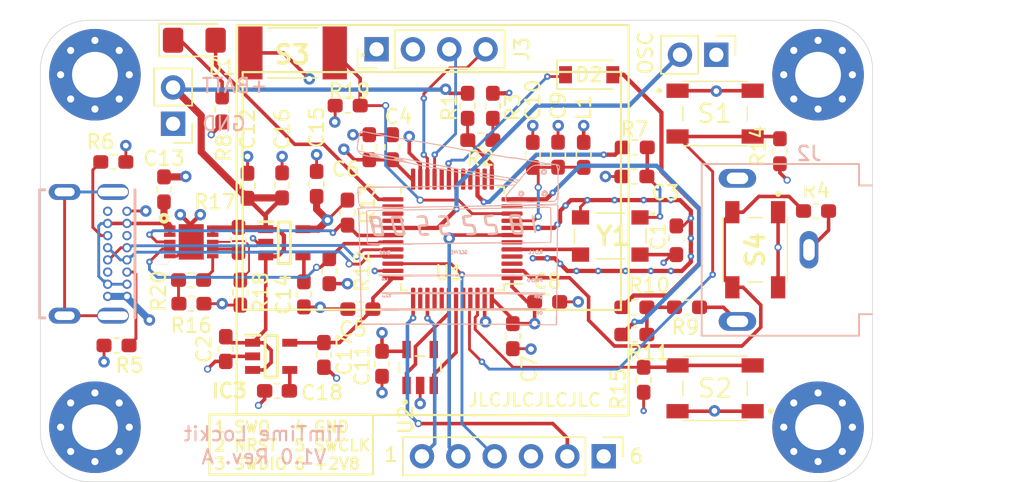
<source format=kicad_pcb>
(kicad_pcb (version 20171130) (host pcbnew "(5.1.6-0-10_14)")
  (layers (0 F.Cu signal) (1 In1.Cu power) (2 In2.Cu power hide) (31 B.Cu signal) (34 B.Paste user) (35 F.Paste user) (36 B.SilkS user) (37 F.SilkS user) (38 B.Mask user) (39 F.Mask user) (44 Edge.Cuts user))
  (net 0 "")
  (net 1 +2V8)
  (net 2 GND)
  (net 3 MON_SCL)
  (net 4 MON_SDA)
  (net 5 "Net-(C3-Pad1)")
  (net 6 VAA)
  (net 7 +BATT)
  (net 8 VBUS)
  (net 9 "Net-(C14-Pad2)")
  (net 10 "Net-(D1-Pad1)")
  (net 11 LED_STATUS)
  (net 12 TC_OUT)
  (net 13 "Net-(D2-Pad2)")
  (net 14 STAT1)
  (net 15 STAT2)
  (net 16 "Net-(IC1-Pad6)")
  (net 17 "Net-(IC1-Pad7)")
  (net 18 "Net-(IC1-Pad8)")
  (net 19 CC1)
  (net 20 USB_D+)
  (net 21 USB_D-)
  (net 22 "Net-(J1-PadA8)")
  (net 23 CC2)
  (net 24 "Net-(J1-PadB8)")
  (net 25 "Net-(J1-PadP1)")
  (net 26 "Net-(J2-Pad2)")
  (net 27 "Net-(J2-Pad3)")
  (net 28 SWCLK)
  (net 29 SWDIO)
  (net 30 NRST)
  (net 31 SWO)
  (net 32 OSC)
  (net 33 BATT_CHECK)
  (net 34 "Net-(R2-Pad2)")
  (net 35 TCVC)
  (net 36 TC_CON)
  (net 37 TC_IN)
  (net 38 BTN_A)
  (net 39 BTN_B)
  (net 40 BTN_PWR)
  (net 41 "Net-(U1-Pad3)")
  (net 42 "Net-(U1-Pad4)")
  (net 43 TCXO)
  (net 44 "Net-(U1-Pad6)")
  (net 45 "Net-(U1-Pad11)")
  (net 46 "Net-(U1-Pad14)")
  (net 47 "Net-(U1-Pad16)")
  (net 48 "Net-(U1-Pad17)")
  (net 49 "Net-(U1-Pad20)")
  (net 50 "Net-(U1-Pad26)")
  (net 51 "Net-(U1-Pad27)")
  (net 52 "Net-(U1-Pad28)")
  (net 53 "Net-(U1-Pad38)")
  (net 54 "Net-(U1-Pad40)")
  (net 55 "Net-(U1-Pad41)")
  (net 56 MEM_SCL)
  (net 57 MEM_SDA)
  (net 58 "Net-(U2-Pad4)")
  (net 59 "Net-(R16-Pad2)")
  (net 60 "Net-(U1-Pad18)")
  (net 61 +3V3)
  (net 62 "Net-(U1-Pad44)")
  (net 63 "Net-(C18-Pad2)")
  (net 64 BTN_C)
  (module KSS241GLFS:KSS241GLFS (layer F.Cu) (at 127.987 91.44 180)
    (fp_text reference S3 (at 0.029 -0.127 180) (layer F.SilkS) (effects (font (size 1.27 1.27) (thickness 0.254))))
    (fp_text value KSS241GLFS hide)
    (pad 1 smd rect (at -2.95 0 180) (size 1.7 3.7) (layers F.Cu F.Paste F.Mask) (net 40 BTN_PWR))
    (pad 2 smd rect (at 2.95 0 180) (size 1.7 3.7) (layers F.Cu F.Paste F.Mask) (net 1 +2V8))
  )
  (module Slate_Logo:Slate_Logo_01_Back_Silk (layer F.Cu) (at 139.573 103.759 180)
    (fp_text reference G*** hide)
    (fp_text value LOGO hide)
  )
  (module SJ1-3523NG:CUI_SJ1-3523NG (layer B.Cu) (at 164.084 105.203 180)
    (fp_text reference J2 (at 0 6.731 180) (layer B.SilkS) (effects (font (thickness 0.16)) (justify mirror)))
    (fp_text value SJ1-3523NG)
    (pad 1 thru_hole oval (at 0 0 180) (size 1.308 2.616) (drill oval 0.8 1.5) (layers *.Cu *.Mask) (net 2 GND))
    (pad 2 thru_hole oval (at 5 -5 180) (size 2.616 1.308) (drill oval 1.5 0.8) (layers *.Cu *.Mask) (net 26 "Net-(J2-Pad2)"))
    (pad 3 thru_hole oval (at 5 5 180) (size 2.616 1.308) (drill oval 1.5 0.8) (layers *.Cu *.Mask) (net 27 "Net-(J2-Pad3)"))
    (pad None np_thru_hole circle (at -2.5 5 180) (size 1.2 1.2) (drill 1.2) (layers *.Cu *.Mask))
    (pad None np_thru_hole circle (at 0 5 180) (size 1.2 1.2) (drill 1.2) (layers *.Cu *.Mask))
    (pad None np_thru_hole circle (at 5 0 180) (size 1.2 1.2) (drill 1.2) (layers *.Cu *.Mask))
    (pad None np_thru_hole circle (at -2.5 -5 180) (size 1.2 1.2) (drill 1.2) (layers *.Cu *.Mask))
    (pad None np_thru_hole circle (at 0 -5 180) (size 1.2 1.2) (drill 1.2) (layers *.Cu *.Mask))
  )
  (module Diode_SMD:D_SOD-123 (layer F.Cu) (at 148.717 92.964)
    (fp_text reference D2 (at 0 0 180) (layer F.SilkS))
    (fp_text value DIODE)
    (pad 1 smd rect (at -1.65 0) (size 0.9 1.2) (layers F.Cu F.Paste F.Mask) (net 12 TC_OUT))
    (pad 2 smd rect (at 1.651 0) (size 0.9 1.2) (layers F.Cu F.Paste F.Mask) (net 13 "Net-(D2-Pad2)"))
  )
  (module Capacitor_SMD:C_0603_1608Metric_Pad1.05x0.95mm_HandSolder (layer F.Cu) (at 154.813 104.408 90)
    (fp_text reference C1 (at 0.141 -1.27 90) (layer F.SilkS))
    (fp_text value 100nF)
    (pad 2 smd roundrect (at 0.875 0 90) (size 1.05 0.95) (layers F.Cu F.Paste F.Mask) (net 2 GND))
    (pad 1 smd roundrect (at -1.129 0 90) (size 1.05 0.95) (layers F.Cu F.Paste F.Mask) (net 1 +2V8))
  )
  (module Capacitor_SMD:C_0603_1608Metric_Pad1.05x0.95mm_HandSolder (layer F.Cu) (at 151.878 100.076 180)
    (fp_text reference C3 (at -2.173 -1.143) (layer F.SilkS))
    (fp_text value 12uF)
    (pad 1 smd roundrect (at -0.875 0 180) (size 1.05 0.95) (layers F.Cu F.Paste F.Mask) (net 5 "Net-(C3-Pad1)"))
    (pad 2 smd roundrect (at 0.875 0 180) (size 1.05 0.95) (layers F.Cu F.Paste F.Mask) (net 2 GND))
  )
  (module Capacitor_SMD:C_0603_1608Metric_Pad1.05x0.95mm_HandSolder (layer F.Cu) (at 134.9502 98.03 90)
    (fp_text reference C4 (at 2.145 0.4318 180) (layer F.SilkS))
    (fp_text value 4.7uF)
    (pad 1 smd roundrect (at -0.875 0 90) (size 1.05 0.95) (layers F.Cu F.Paste F.Mask) (net 1 +2V8))
    (pad 2 smd roundrect (at 0.875 0 90) (size 1.05 0.95) (layers F.Cu F.Paste F.Mask) (net 2 GND))
  )
  (module Capacitor_SMD:C_0603_1608Metric_Pad1.05x0.95mm_HandSolder (layer F.Cu) (at 132.729 109.347 180)
    (fp_text reference C5 (at 0.522 -1.397) (layer F.SilkS))
    (fp_text value 100nF)
    (pad 2 smd roundrect (at 0.875 0 180) (size 1.05 0.95) (layers F.Cu F.Paste F.Mask) (net 2 GND))
    (pad 1 smd roundrect (at -0.875 0 180) (size 1.05 0.95) (layers F.Cu F.Paste F.Mask) (net 61 +3V3))
  )
  (module Capacitor_SMD:C_0603_1608Metric_Pad1.05x0.95mm_HandSolder (layer F.Cu) (at 133.35 98.03 90)
    (fp_text reference C6 (at -1.538 -1.651 180) (layer F.SilkS))
    (fp_text value 100nF)
    (pad 1 smd roundrect (at -0.875 0 90) (size 1.05 0.95) (layers F.Cu F.Paste F.Mask) (net 1 +2V8))
    (pad 2 smd roundrect (at 0.875 0 90) (size 1.05 0.95) (layers F.Cu F.Paste F.Mask) (net 2 GND))
  )
  (module Capacitor_SMD:C_0603_1608Metric_Pad1.05x0.95mm_HandSolder (layer F.Cu) (at 143.383 111.238 270)
    (fp_text reference C7 (at 2.3 -1.143 90) (layer F.SilkS))
    (fp_text value 100nF)
    (pad 2 smd roundrect (at 0.875 0 270) (size 1.05 0.95) (layers F.Cu F.Paste F.Mask) (net 2 GND))
    (pad 1 smd roundrect (at -0.875 0 270) (size 1.05 0.95) (layers F.Cu F.Paste F.Mask) (net 1 +2V8))
  )
  (module Capacitor_SMD:C_0603_1608Metric_Pad1.05x0.95mm_HandSolder (layer F.Cu) (at 145.782 108.839)
    (fp_text reference C8 (at 0 -1.43) (layer F.SilkS))
    (fp_text value 100nF)
    (pad 1 smd roundrect (at -0.875 0) (size 1.05 0.95) (layers F.Cu F.Paste F.Mask) (net 1 +2V8))
    (pad 2 smd roundrect (at 0.875 0) (size 1.05 0.95) (layers F.Cu F.Paste F.Mask) (net 2 GND))
  )
  (module Capacitor_SMD:C_0603_1608Metric_Pad1.05x0.95mm_HandSolder (layer F.Cu) (at 146.544 98.552 90)
    (fp_text reference C9 (at 3.429 0.014 90) (layer F.SilkS))
    (fp_text value 1.2uF)
    (pad 2 smd roundrect (at 0.875 0 90) (size 1.05 0.95) (layers F.Cu F.Paste F.Mask) (net 2 GND))
    (pad 1 smd roundrect (at -0.875 0 90) (size 1.05 0.95) (layers F.Cu F.Paste F.Mask) (net 6 VAA))
  )
  (module Capacitor_SMD:C_0603_1608Metric_Pad1.05x0.95mm_HandSolder (layer F.Cu) (at 144.78 98.566 90)
    (fp_text reference C10 (at 3.824 0 90) (layer F.SilkS))
    (fp_text value 100nF)
    (pad 1 smd roundrect (at -0.875 0 90) (size 1.05 0.95) (layers F.Cu F.Paste F.Mask) (net 6 VAA))
    (pad 2 smd roundrect (at 0.875 0 90) (size 1.05 0.95) (layers F.Cu F.Paste F.Mask) (net 2 GND))
  )
  (module Capacitor_SMD:C_0603_1608Metric_Pad1.05x0.95mm_HandSolder (layer F.Cu) (at 134.239 113.171 270)
    (fp_text reference C11 (at 0.113 1.397 90) (layer F.SilkS))
    (fp_text value 100nF)
    (pad 2 smd roundrect (at 0.875 0 270) (size 1.05 0.95) (layers F.Cu F.Paste F.Mask) (net 2 GND))
    (pad 1 smd roundrect (at -0.875 0 270) (size 1.05 0.95) (layers F.Cu F.Paste F.Mask) (net 1 +2V8))
  )
  (module Capacitor_SMD:C_0603_1608Metric_Pad1.05x0.95mm_HandSolder (layer F.Cu) (at 124.841 100.725 90)
    (fp_text reference C12 (at 3.951 0 90) (layer F.SilkS))
    (fp_text value 1.2uF)
    (pad 2 smd roundrect (at 0.875 0 90) (size 1.05 0.95) (layers F.Cu F.Paste F.Mask) (net 2 GND))
    (pad 1 smd roundrect (at -0.875 0 90) (size 1.05 0.95) (layers F.Cu F.Paste F.Mask) (net 7 +BATT))
  )
  (module Capacitor_SMD:C_0603_1608Metric_Pad1.05x0.95mm_HandSolder (layer F.Cu) (at 118.999 100.979 90)
    (fp_text reference C13 (at 2.173 0 180) (layer F.SilkS))
    (fp_text value 12uF)
    (pad 1 smd roundrect (at -0.875 0 90) (size 1.05 0.95) (layers F.Cu F.Paste F.Mask) (net 8 VBUS))
    (pad 2 smd roundrect (at 0.875 0 90) (size 1.05 0.95) (layers F.Cu F.Paste F.Mask) (net 2 GND))
  )
  (module Capacitor_SMD:C_0603_1608Metric_Pad1.05x0.95mm_HandSolder (layer F.Cu) (at 128.778 108.317 90)
    (fp_text reference C14 (at 0 -1.43 90) (layer F.SilkS))
    (fp_text value 100nF)
    (pad 2 smd roundrect (at 0.875 0 90) (size 1.05 0.95) (layers F.Cu F.Paste F.Mask) (net 9 "Net-(C14-Pad2)"))
    (pad 1 smd roundrect (at -0.875 0 90) (size 1.05 0.95) (layers F.Cu F.Paste F.Mask) (net 2 GND))
  )
  (module Capacitor_SMD:C_0603_1608Metric_Pad1.05x0.95mm_HandSolder (layer F.Cu) (at 129.667 100.598 90)
    (fp_text reference C15 (at 3.951 0 90) (layer F.SilkS))
    (fp_text value 12uF)
    (pad 1 smd roundrect (at -0.875 0 90) (size 1.05 0.95) (layers F.Cu F.Paste F.Mask) (net 1 +2V8))
    (pad 2 smd roundrect (at 0.875 0 90) (size 1.05 0.95) (layers F.Cu F.Paste F.Mask) (net 2 GND))
  )
  (module Capacitor_SMD:C_0603_1608Metric_Pad1.05x0.95mm_HandSolder (layer F.Cu) (at 127.254 100.697 90)
    (fp_text reference C16 (at 3.923 0 90) (layer F.SilkS))
    (fp_text value 4.7uF)
    (pad 2 smd roundrect (at 0.875 0 90) (size 1.05 0.95) (layers F.Cu F.Paste F.Mask) (net 2 GND))
    (pad 1 smd roundrect (at -0.875 0 90) (size 1.05 0.95) (layers F.Cu F.Paste F.Mask) (net 7 +BATT))
  )
  (module LED_SMD:LED_1206_3216Metric_Pad1.42x1.75mm_HandSolder (layer F.Cu) (at 121.1215 90.551)
    (fp_text reference D1 (at 1.9415 1.905) (layer F.SilkS))
    (fp_text value BLUE)
    (pad 1 smd roundrect (at -1.4875 0) (size 1.425 1.75) (layers F.Cu F.Paste F.Mask) (roundrect_rratio 0.175439) (net 10 "Net-(D1-Pad1)"))
    (pad 2 smd roundrect (at 1.4875 0) (size 1.425 1.75) (layers F.Cu F.Paste F.Mask) (roundrect_rratio 0.175439) (net 11 LED_STATUS))
  )
  (module MCP73834-CNI_MF:SON50P300X300X100-11N-D (layer F.Cu) (at 120.904 104.648)
    (fp_text reference IC1)
    (fp_text value MCP73834-CNI_MF hide)
    (pad 1 smd rect (at -1.5 -1 90) (size 0.3 0.8) (layers F.Cu F.Paste F.Mask) (net 8 VBUS))
    (pad 2 smd rect (at -1.5 -0.5 90) (size 0.3 0.8) (layers F.Cu F.Paste F.Mask) (net 8 VBUS))
    (pad 3 smd rect (at -1.5 0 90) (size 0.3 0.8) (layers F.Cu F.Paste F.Mask) (net 14 STAT1))
    (pad 4 smd rect (at -1.5 0.5 90) (size 0.3 0.8) (layers F.Cu F.Paste F.Mask) (net 15 STAT2))
    (pad 5 smd rect (at -1.5 1 90) (size 0.3 0.8) (layers F.Cu F.Paste F.Mask) (net 2 GND))
    (pad 6 smd rect (at 1.5 1 90) (size 0.3 0.8) (layers F.Cu F.Paste F.Mask) (net 16 "Net-(IC1-Pad6)"))
    (pad 7 smd rect (at 1.5 0.5 90) (size 0.3 0.8) (layers F.Cu F.Paste F.Mask) (net 17 "Net-(IC1-Pad7)"))
    (pad 8 smd rect (at 1.5 0 90) (size 0.3 0.8) (layers F.Cu F.Paste F.Mask) (net 18 "Net-(IC1-Pad8)"))
    (pad 9 smd rect (at 1.5 -0.5 90) (size 0.3 0.8) (layers F.Cu F.Paste F.Mask) (net 7 +BATT))
    (pad 10 smd rect (at 1.5 -1 90) (size 0.3 0.8) (layers F.Cu F.Paste F.Mask) (net 7 +BATT))
    (pad 11 smd rect (at 0 0) (size 1.75 2.48) (layers F.Cu F.Paste F.Mask) (net 2 GND))
  )
  (module LT1761ES5-2:SOT95P280X100-5N (layer F.Cu) (at 127.411 104.709)
    (fp_text reference IC2)
    (fp_text value LT1761ES5-2.8#TRMPBF hide)
    (pad 1 smd rect (at -1.3 -0.95 90) (size 0.55 1.05) (layers F.Cu F.Paste F.Mask) (net 7 +BATT))
    (pad 2 smd rect (at -1.3 0 90) (size 0.55 1.05) (layers F.Cu F.Paste F.Mask) (net 2 GND))
    (pad 3 smd rect (at -1.3 0.95 90) (size 0.55 1.05) (layers F.Cu F.Paste F.Mask) (net 7 +BATT))
    (pad 4 smd rect (at 1.3 0.95 90) (size 0.55 1.05) (layers F.Cu F.Paste F.Mask) (net 9 "Net-(C14-Pad2)"))
    (pad 5 smd rect (at 1.3 -0.95 90) (size 0.55 1.05) (layers F.Cu F.Paste F.Mask) (net 1 +2V8))
  )
  (module USB4085-GF-A_REVA:GCT_USB4085-GF-A_REVA (layer B.Cu) (at 112.387 105.483 90)
    (fp_text reference J1 (at -1.097425 6.515415 -90) (layer B.SilkS) (effects (font (size 1.00015 1.00015) (thickness 0.015)) (justify mirror)))
    (fp_text value USB4085-GF-A_REVA)
    (pad A1 thru_hole circle (at -2.975 4.025 90) (size 0.65 0.65) (drill 0.4) (layers *.Cu *.Mask) (net 2 GND))
    (pad A4 thru_hole circle (at -2.125 4.025 90) (size 0.65 0.65) (drill 0.4) (layers *.Cu *.Mask) (net 8 VBUS))
    (pad A5 thru_hole circle (at -1.275 4.025 90) (size 0.65 0.65) (drill 0.4) (layers *.Cu *.Mask) (net 19 CC1))
    (pad A6 thru_hole circle (at -0.425 4.025 90) (size 0.65 0.65) (drill 0.4) (layers *.Cu *.Mask) (net 20 USB_D+))
    (pad A7 thru_hole circle (at 0.425 4.025 90) (size 0.65 0.65) (drill 0.4) (layers *.Cu *.Mask) (net 21 USB_D-))
    (pad A8 thru_hole circle (at 1.275 4.025 90) (size 0.65 0.65) (drill 0.4) (layers *.Cu *.Mask) (net 22 "Net-(J1-PadA8)"))
    (pad A9 thru_hole circle (at 2.125 4.025 90) (size 0.65 0.65) (drill 0.4) (layers *.Cu *.Mask) (net 8 VBUS))
    (pad A12 thru_hole circle (at 2.975 4.025 90) (size 0.65 0.65) (drill 0.4) (layers *.Cu *.Mask) (net 2 GND))
    (pad B1 thru_hole circle (at 2.975 2.675 90) (size 0.65 0.65) (drill 0.4) (layers *.Cu *.Mask) (net 2 GND))
    (pad B4 thru_hole circle (at 2.125 2.675 90) (size 0.65 0.65) (drill 0.4) (layers *.Cu *.Mask) (net 8 VBUS))
    (pad B5 thru_hole circle (at 1.275 2.675 90) (size 0.65 0.65) (drill 0.4) (layers *.Cu *.Mask) (net 23 CC2))
    (pad B6 thru_hole circle (at 0.425 2.675 90) (size 0.65 0.65) (drill 0.4) (layers *.Cu *.Mask) (net 20 USB_D+))
    (pad B7 thru_hole circle (at -0.425 2.675 90) (size 0.65 0.65) (drill 0.4) (layers *.Cu *.Mask) (net 21 USB_D-))
    (pad B8 thru_hole circle (at -1.275 2.675 90) (size 0.65 0.65) (drill 0.4) (layers *.Cu *.Mask) (net 24 "Net-(J1-PadB8)"))
    (pad B9 thru_hole circle (at -2.125 2.675 90) (size 0.65 0.65) (drill 0.4) (layers *.Cu *.Mask) (net 8 VBUS))
    (pad B12 thru_hole circle (at -2.975 2.675 90) (size 0.65 0.65) (drill 0.4) (layers *.Cu *.Mask) (net 2 GND))
    (pad P1 thru_hole oval (at -4.325 3.045 90) (size 1.108 2.216) (drill oval 0.6 2.1) (layers *.Cu *.Mask) (net 25 "Net-(J1-PadP1)"))
    (pad P2 thru_hole oval (at 4.325 3.045 90) (size 1.108 2.216) (drill oval 0.6 2.1) (layers *.Cu *.Mask) (net 25 "Net-(J1-PadP1)"))
    (pad P3 thru_hole oval (at 4.325 -0.335 90) (size 1.108 2.216) (drill oval 0.6 1.4) (layers *.Cu *.Mask) (net 25 "Net-(J1-PadP1)"))
    (pad P4 thru_hole oval (at -4.325 -0.335 90) (size 1.108 2.216) (drill oval 0.6 1.4) (layers *.Cu *.Mask) (net 25 "Net-(J1-PadP1)"))
  )
  (module Connector_PinHeader_2.54mm:PinHeader_1x04_P2.54mm_Vertical (layer F.Cu) (at 133.858 91.186 90)
    (fp_text reference J3 (at 0 10.16 90) (layer F.SilkS))
    (fp_text value Conn_01x04)
    (pad 1 thru_hole rect (at 0 0 90) (size 1.7 1.7) (drill 1) (layers *.Cu *.Mask) (net 2 GND))
    (pad 2 thru_hole oval (at 0 2.54 90) (size 1.7 1.7) (drill 1) (layers *.Cu *.Mask) (net 1 +2V8))
    (pad 3 thru_hole oval (at 0 5.08 90) (size 1.7 1.7) (drill 1) (layers *.Cu *.Mask) (net 3 MON_SCL))
    (pad 4 thru_hole oval (at 0 7.62 90) (size 1.7 1.7) (drill 1) (layers *.Cu *.Mask) (net 4 MON_SDA))
  )
  (module Connector_PinHeader_2.54mm:PinHeader_1x06_P2.54mm_Vertical (layer F.Cu) (at 149.733 119.634 270)
    (fp_text reference J4)
    (fp_text value Conn_01x06)
    (pad 1 thru_hole rect (at 0 0 270) (size 1.7 1.7) (drill 1) (layers *.Cu *.Mask) (net 1 +2V8))
    (pad 2 thru_hole oval (at 0 2.54 270) (size 1.7 1.7) (drill 1) (layers *.Cu *.Mask) (net 28 SWCLK))
    (pad 3 thru_hole oval (at 0 5.08 270) (size 1.7 1.7) (drill 1) (layers *.Cu *.Mask) (net 2 GND))
    (pad 4 thru_hole oval (at 0 7.62 270) (size 1.7 1.7) (drill 1) (layers *.Cu *.Mask) (net 29 SWDIO))
    (pad 5 thru_hole oval (at 0 10.16 270) (size 1.7 1.7) (drill 1) (layers *.Cu *.Mask) (net 30 NRST))
    (pad 6 thru_hole oval (at 0 12.7 270) (size 1.7 1.7) (drill 1) (layers *.Cu *.Mask) (net 31 SWO))
  )
  (module Connector_PinHeader_2.54mm:PinHeader_1x02_P2.54mm_Vertical (layer F.Cu) (at 119.634 96.393 180)
    (fp_text reference J5)
    (fp_text value Conn_01x02)
    (pad 1 thru_hole rect (at 0 0 180) (size 1.7 1.7) (drill 1) (layers *.Cu *.Mask) (net 2 GND))
    (pad 2 thru_hole oval (at 0 2.54 180) (size 1.7 1.7) (drill 1) (layers *.Cu *.Mask) (net 7 +BATT))
  )
  (module Connector_PinHeader_2.54mm:PinHeader_1x02_P2.54mm_Vertical (layer F.Cu) (at 157.607 91.567 270)
    (fp_text reference J6)
    (fp_text value Conn_01x02)
    (pad 2 thru_hole oval (at 0 2.54 270) (size 1.7 1.7) (drill 1) (layers *.Cu *.Mask) (net 32 OSC))
    (pad 1 thru_hole rect (at 0 0 270) (size 1.7 1.7) (drill 1) (layers *.Cu *.Mask) (net 2 GND))
  )
  (module Inductor_SMD:L_0603_1608Metric_Pad1.05x0.95mm_HandSolder (layer F.Cu) (at 148.336 98.566 90)
    (fp_text reference L1 (at 3.316 0 90) (layer F.SilkS))
    (fp_text value 39nH)
    (pad 1 smd roundrect (at -0.875 0 90) (size 1.05 0.95) (layers F.Cu F.Paste F.Mask) (net 6 VAA))
    (pad 2 smd roundrect (at 0.875 0 90) (size 1.05 0.95) (layers F.Cu F.Paste F.Mask) (net 1 +2V8))
  )
  (module Resistor_SMD:R_0603_1608Metric_Pad1.05x0.95mm_HandSolder (layer F.Cu) (at 140.222 95.137 270)
    (fp_text reference R1 (at 0.113 1.284 90) (layer F.SilkS))
    (fp_text value 100k)
    (pad 1 smd roundrect (at -0.875 0 270) (size 1.05 0.95) (layers F.Cu F.Paste F.Mask) (net 7 +BATT))
    (pad 2 smd roundrect (at 0.875 0 270) (size 1.05 0.95) (layers F.Cu F.Paste F.Mask) (net 33 BATT_CHECK))
  )
  (module Resistor_SMD:R_0603_1608Metric_Pad1.05x0.95mm_HandSolder (layer F.Cu) (at 141.111 97.536)
    (fp_text reference R2 (at 0 1.27) (layer F.SilkS))
    (fp_text value 100k)
    (pad 2 smd roundrect (at 0.875 0) (size 1.05 0.95) (layers F.Cu F.Paste F.Mask) (net 34 "Net-(R2-Pad2)"))
    (pad 1 smd roundrect (at -0.875 0) (size 1.05 0.95) (layers F.Cu F.Paste F.Mask) (net 33 BATT_CHECK))
  )
  (module Resistor_SMD:R_0603_1608Metric_Pad1.05x0.95mm_HandSolder (layer F.Cu) (at 141.986 95.137 90)
    (fp_text reference R3 (at -0.113 1.397 90) (layer F.SilkS))
    (fp_text value 100k)
    (pad 2 smd roundrect (at 0.875 0 90) (size 1.05 0.95) (layers F.Cu F.Paste F.Mask) (net 2 GND))
    (pad 1 smd roundrect (at -0.875 0 90) (size 1.05 0.95) (layers F.Cu F.Paste F.Mask) (net 34 "Net-(R2-Pad2)"))
  )
  (module Resistor_SMD:R_0603_1608Metric_Pad1.05x0.95mm_HandSolder (layer F.Cu) (at 115.683 111.887 180)
    (fp_text reference R5 (at -0.903 -1.397) (layer F.SilkS) (effects (font (thickness 0.16))))
    (fp_text value 5.1k)
    (pad 1 smd roundrect (at -0.875 0 180) (size 1.05 0.95) (layers F.Cu F.Paste F.Mask) (net 19 CC1))
    (pad 2 smd roundrect (at 0.875 0 180) (size 1.05 0.95) (layers F.Cu F.Paste F.Mask) (net 2 GND))
  )
  (module Resistor_SMD:R_0603_1608Metric_Pad1.05x0.95mm_HandSolder (layer F.Cu) (at 115.457 99.06)
    (fp_text reference R6 (at -0.903 -1.397) (layer F.SilkS))
    (fp_text value 5.1k)
    (pad 2 smd roundrect (at 0.875 0) (size 1.05 0.95) (layers F.Cu F.Paste F.Mask) (net 2 GND))
    (pad 1 smd roundrect (at -0.875 0) (size 1.05 0.95) (layers F.Cu F.Paste F.Mask) (net 23 CC2))
  )
  (module Resistor_SMD:R_0603_1608Metric_Pad1.05x0.95mm_HandSolder (layer F.Cu) (at 151.906 98.044 180)
    (fp_text reference R7 (at 0.014 1.27) (layer F.SilkS))
    (fp_text value 10k)
    (pad 1 smd roundrect (at -0.875 0 180) (size 1.05 0.95) (layers F.Cu F.Paste F.Mask) (net 5 "Net-(C3-Pad1)"))
    (pad 2 smd roundrect (at 0.875 0 180) (size 1.05 0.95) (layers F.Cu F.Paste F.Mask) (net 35 TCVC))
  )
  (module Resistor_SMD:R_0603_1608Metric_Pad1.05x0.95mm_HandSolder (layer F.Cu) (at 123.063 95.391 270)
    (fp_text reference R8 (at 2.681 -0.127 90) (layer F.SilkS))
    (fp_text value 30)
    (pad 1 smd roundrect (at -0.875 0 270) (size 1.05 0.95) (layers F.Cu F.Paste F.Mask) (net 10 "Net-(D1-Pad1)"))
    (pad 2 smd roundrect (at 0.875 0 270) (size 1.05 0.95) (layers F.Cu F.Paste F.Mask) (net 2 GND))
  )
  (module Resistor_SMD:R_0603_1608Metric_Pad1.05x0.95mm_HandSolder (layer F.Cu) (at 155.561 109.22)
    (fp_text reference R9 (at -0.113 1.397) (layer F.SilkS))
    (fp_text value 30)
    (pad 1 smd roundrect (at -0.875 0) (size 1.05 0.95) (layers F.Cu F.Paste F.Mask) (net 36 TC_CON))
    (pad 2 smd roundrect (at 0.875 0) (size 1.05 0.95) (layers F.Cu F.Paste F.Mask) (net 26 "Net-(J2-Pad2)"))
  )
  (module Resistor_SMD:R_0603_1608Metric_Pad1.05x0.95mm_HandSolder (layer F.Cu) (at 151.878 109.22 180)
    (fp_text reference R10 (at -1.03 1.524) (layer F.SilkS))
    (fp_text value 0)
    (pad 2 smd roundrect (at 0.875 0 180) (size 1.05 0.95) (layers F.Cu F.Paste F.Mask) (net 13 "Net-(D2-Pad2)"))
    (pad 1 smd roundrect (at -0.875 0 180) (size 1.05 0.95) (layers F.Cu F.Paste F.Mask) (net 36 TC_CON))
  )
  (module Resistor_SMD:R_0603_1608Metric_Pad1.05x0.95mm_HandSolder (layer F.Cu) (at 151.878 111.125)
    (fp_text reference R11 (at 1.002 1.27) (layer F.SilkS))
    (fp_text value 0)
    (pad 1 smd roundrect (at -0.875 0) (size 1.05 0.95) (layers F.Cu F.Paste F.Mask) (net 37 TC_IN))
    (pad 2 smd roundrect (at 0.875 0) (size 1.05 0.95) (layers F.Cu F.Paste F.Mask) (net 36 TC_CON))
  )
  (module Resistor_SMD:R_0603_1608Metric_Pad1.05x0.95mm_HandSolder (layer F.Cu) (at 130.556 106.694 90)
    (fp_text reference R12 (at 0 2.286 90) (layer F.SilkS))
    (fp_text value 10k)
    (pad 2 smd roundrect (at 0.875 0 90) (size 1.05 0.95) (layers F.Cu F.Paste F.Mask) (net 15 STAT2))
    (pad 1 smd roundrect (at -0.875 0 90) (size 1.05 0.95) (layers F.Cu F.Paste F.Mask) (net 1 +2V8))
  )
  (module Resistor_SMD:R_0603_1608Metric_Pad1.05x0.95mm_HandSolder (layer F.Cu) (at 131.826 102.602 270)
    (fp_text reference R13 (at -0.621 -1.397 270) (layer F.SilkS))
    (fp_text value 10k)
    (pad 1 smd roundrect (at -0.875 0 270) (size 1.05 0.95) (layers F.Cu F.Paste F.Mask) (net 1 +2V8))
    (pad 2 smd roundrect (at 0.875 0 270) (size 1.05 0.95) (layers F.Cu F.Paste F.Mask) (net 14 STAT1))
  )
  (module Resistor_SMD:R_0603_1608Metric_Pad1.05x0.95mm_HandSolder (layer F.Cu) (at 162.052 98.312 270)
    (fp_text reference R14 (at -0.367 1.524 90) (layer F.SilkS))
    (fp_text value 100k)
    (pad 1 smd roundrect (at -0.875 0 270) (size 1.05 0.95) (layers F.Cu F.Paste F.Mask) (net 38 BTN_A))
    (pad 2 smd roundrect (at 0.875 0 270) (size 1.05 0.95) (layers F.Cu F.Paste F.Mask) (net 2 GND))
  )
  (module Resistor_SMD:R_0603_1608Metric_Pad1.05x0.95mm_HandSolder (layer F.Cu) (at 152.527 114.286 270)
    (fp_text reference R15 (at 0.649 1.778 90) (layer F.SilkS))
    (fp_text value 100k)
    (pad 2 smd roundrect (at 0.875 0 270) (size 1.05 0.95) (layers F.Cu F.Paste F.Mask) (net 2 GND))
    (pad 1 smd roundrect (at -0.875 0 270) (size 1.05 0.95) (layers F.Cu F.Paste F.Mask) (net 39 BTN_B))
  )
  (module Resistor_SMD:R_0603_1608Metric_Pad1.05x0.95mm_HandSolder (layer F.Cu) (at 120.89 107.315 180)
    (fp_text reference R16 (at -0.014 -3.175) (layer F.SilkS))
    (fp_text value 2K)
    (pad 1 smd roundrect (at -0.875 0 180) (size 1.05 0.95) (layers F.Cu F.Paste F.Mask) (net 16 "Net-(IC1-Pad6)"))
    (pad 2 smd roundrect (at 0.875 0 180) (size 1.05 0.95) (layers F.Cu F.Paste F.Mask) (net 59 "Net-(R16-Pad2)"))
  )
  (module Resistor_SMD:R_0603_1608Metric_Pad1.05x0.95mm_HandSolder (layer F.Cu) (at 124.206 104.507 270)
    (fp_text reference R17 (at -2.653 1.651 180) (layer F.SilkS))
    (fp_text value 10K)
    (pad 2 smd roundrect (at 0.875 0 270) (size 1.05 0.95) (layers F.Cu F.Paste F.Mask) (net 17 "Net-(IC1-Pad7)"))
    (pad 1 smd roundrect (at -0.875 0 270) (size 1.05 0.95) (layers F.Cu F.Paste F.Mask) (net 7 +BATT))
  )
  (module Resistor_SMD:R_0603_1608Metric_Pad1.05x0.95mm_HandSolder (layer F.Cu) (at 124.333 108.19 270)
    (fp_text reference R18 (at 0 -1.43 90) (layer F.SilkS))
    (fp_text value 10k)
    (pad 2 smd roundrect (at 0.875 0 270) (size 1.05 0.95) (layers F.Cu F.Paste F.Mask) (net 2 GND))
    (pad 1 smd roundrect (at -0.875 0 270) (size 1.05 0.95) (layers F.Cu F.Paste F.Mask) (net 18 "Net-(IC1-Pad8)"))
  )
  (module Resistor_SMD:R_0603_1608Metric_Pad1.05x0.95mm_HandSolder (layer F.Cu) (at 131.84 95.123 180)
    (fp_text reference R19 (at -0.113 1.016) (layer F.SilkS))
    (fp_text value 100k)
    (pad 1 smd roundrect (at -0.875 0 180) (size 1.05 0.95) (layers F.Cu F.Paste F.Mask) (net 40 BTN_PWR))
    (pad 2 smd roundrect (at 0.875 0 180) (size 1.05 0.95) (layers F.Cu F.Paste F.Mask) (net 2 GND))
  )
  (module PTS647SM70SMTR2LFS:PTS647SM38SMTR2LFS (layer F.Cu) (at 157.522 95.682)
    (fp_text reference S1 (at -0.026001 0) (layer F.SilkS) (effects (font (size 1.27 1.27) (thickness 0.153))))
    (fp_text value PTS647SM70SMTR2LFS hide)
    (pad 4 smd rect (at 2.625 1.6 90) (size 1 1.55) (layers F.Cu F.Paste F.Mask) (net 38 BTN_A))
    (pad 3 smd rect (at -2.625 1.6 90) (size 1 1.55) (layers F.Cu F.Paste F.Mask) (net 38 BTN_A))
    (pad 2 smd rect (at 2.625 -1.6 90) (size 1 1.55) (layers F.Cu F.Paste F.Mask) (net 1 +2V8))
    (pad 1 smd rect (at -2.625 -1.6 90) (size 1 1.55) (layers F.Cu F.Paste F.Mask) (net 1 +2V8))
  )
  (module PTS647SM70SMTR2LFS:PTS647SM38SMTR2LFS (layer F.Cu) (at 157.522 114.884 180)
    (fp_text reference S2 (at 0 0) (layer F.SilkS) (effects (font (size 1.27 1.27) (thickness 0.153))))
    (fp_text value PTS647SM70SMTR2LFS hide)
    (pad 1 smd rect (at -2.625 -1.6 270) (size 1 1.55) (layers F.Cu F.Paste F.Mask) (net 1 +2V8))
    (pad 2 smd rect (at 2.625 -1.6 270) (size 1 1.55) (layers F.Cu F.Paste F.Mask) (net 1 +2V8))
    (pad 3 smd rect (at -2.625 1.6 270) (size 1 1.55) (layers F.Cu F.Paste F.Mask) (net 39 BTN_B))
    (pad 4 smd rect (at 2.625 1.6 270) (size 1 1.55) (layers F.Cu F.Paste F.Mask) (net 39 BTN_B))
  )
  (module Package_QFP:LQFP-48_7x7mm_P0.5mm (layer F.Cu) (at 139.1635 104.4225 180)
    (fp_text reference U1 (at 0.2255 -2.3845) (layer F.SilkS))
    (fp_text value STM32L433CCTx)
    (pad 1 smd roundrect (at -4.1625 -2.75 180) (size 1.475 0.3) (layers F.Cu F.Paste F.Mask) (net 1 +2V8))
    (pad 2 smd roundrect (at -4.1625 -2.25 180) (size 1.475 0.3) (layers F.Cu F.Paste F.Mask) (net 64 BTN_C))
    (pad 3 smd roundrect (at -4.1625 -1.75 180) (size 1.475 0.3) (layers F.Cu F.Paste F.Mask) (net 41 "Net-(U1-Pad3)"))
    (pad 4 smd roundrect (at -4.1625 -1.25 180) (size 1.475 0.3) (layers F.Cu F.Paste F.Mask) (net 42 "Net-(U1-Pad4)"))
    (pad 5 smd roundrect (at -4.1625 -0.75 180) (size 1.475 0.3) (layers F.Cu F.Paste F.Mask) (net 43 TCXO))
    (pad 6 smd roundrect (at -4.1625 -0.25 180) (size 1.475 0.3) (layers F.Cu F.Paste F.Mask) (net 44 "Net-(U1-Pad6)"))
    (pad 7 smd roundrect (at -4.1625 0.25 180) (size 1.475 0.3) (layers F.Cu F.Paste F.Mask) (net 30 NRST))
    (pad 8 smd roundrect (at -4.1625 0.75 180) (size 1.475 0.3) (layers F.Cu F.Paste F.Mask) (net 2 GND))
    (pad 9 smd roundrect (at -4.1625 1.25 180) (size 1.475 0.3) (layers F.Cu F.Paste F.Mask) (net 6 VAA))
    (pad 10 smd roundrect (at -4.1625 1.75 180) (size 1.475 0.3) (layers F.Cu F.Paste F.Mask) (net 40 BTN_PWR))
    (pad 11 smd roundrect (at -4.1625 2.25 180) (size 1.475 0.3) (layers F.Cu F.Paste F.Mask) (net 45 "Net-(U1-Pad11)"))
    (pad 12 smd roundrect (at -4.1625 2.75 180) (size 1.475 0.3) (layers F.Cu F.Paste F.Mask) (net 37 TC_IN))
    (pad 13 smd roundrect (at -2.75 4.1625 180) (size 0.3 1.475) (layers F.Cu F.Paste F.Mask) (net 33 BATT_CHECK))
    (pad 14 smd roundrect (at -2.25 4.1625 180) (size 0.3 1.475) (layers F.Cu F.Paste F.Mask) (net 46 "Net-(U1-Pad14)"))
    (pad 15 smd roundrect (at -1.75 4.1625 180) (size 0.3 1.475) (layers F.Cu F.Paste F.Mask) (net 35 TCVC))
    (pad 16 smd roundrect (at -1.25 4.1625 180) (size 0.3 1.475) (layers F.Cu F.Paste F.Mask) (net 47 "Net-(U1-Pad16)"))
    (pad 17 smd roundrect (at -0.75 4.1625 180) (size 0.3 1.475) (layers F.Cu F.Paste F.Mask) (net 48 "Net-(U1-Pad17)"))
    (pad 18 smd roundrect (at -0.25 4.1625 180) (size 0.3 1.475) (layers F.Cu F.Paste F.Mask) (net 60 "Net-(U1-Pad18)"))
    (pad 19 smd roundrect (at 0.25 4.1625 180) (size 0.3 1.475) (layers F.Cu F.Paste F.Mask) (net 12 TC_OUT))
    (pad 20 smd roundrect (at 0.75 4.1625 180) (size 0.3 1.475) (layers F.Cu F.Paste F.Mask) (net 49 "Net-(U1-Pad20)"))
    (pad 21 smd roundrect (at 1.25 4.1625 180) (size 0.3 1.475) (layers F.Cu F.Paste F.Mask) (net 3 MON_SCL))
    (pad 22 smd roundrect (at 1.75 4.1625 180) (size 0.3 1.475) (layers F.Cu F.Paste F.Mask) (net 4 MON_SDA))
    (pad 23 smd roundrect (at 2.25 4.1625 180) (size 0.3 1.475) (layers F.Cu F.Paste F.Mask) (net 2 GND))
    (pad 24 smd roundrect (at 2.75 4.1625 180) (size 0.3 1.475) (layers F.Cu F.Paste F.Mask) (net 1 +2V8))
    (pad 25 smd roundrect (at 4.1625 2.75 180) (size 1.475 0.3) (layers F.Cu F.Paste F.Mask) (net 11 LED_STATUS))
    (pad 26 smd roundrect (at 4.1625 2.25 180) (size 1.475 0.3) (layers F.Cu F.Paste F.Mask) (net 50 "Net-(U1-Pad26)"))
    (pad 27 smd roundrect (at 4.1625 1.75 180) (size 1.475 0.3) (layers F.Cu F.Paste F.Mask) (net 51 "Net-(U1-Pad27)"))
    (pad 28 smd roundrect (at 4.1625 1.25 180) (size 1.475 0.3) (layers F.Cu F.Paste F.Mask) (net 52 "Net-(U1-Pad28)"))
    (pad 29 smd roundrect (at 4.1625 0.75 180) (size 1.475 0.3) (layers F.Cu F.Paste F.Mask) (net 32 OSC))
    (pad 30 smd roundrect (at 4.1625 0.25 180) (size 1.475 0.3) (layers F.Cu F.Paste F.Mask) (net 14 STAT1))
    (pad 31 smd roundrect (at 4.1625 -0.25 180) (size 1.475 0.3) (layers F.Cu F.Paste F.Mask) (net 15 STAT2))
    (pad 32 smd roundrect (at 4.1625 -0.75 180) (size 1.475 0.3) (layers F.Cu F.Paste F.Mask) (net 21 USB_D-))
    (pad 33 smd roundrect (at 4.1625 -1.25 180) (size 1.475 0.3) (layers F.Cu F.Paste F.Mask) (net 20 USB_D+))
    (pad 34 smd roundrect (at 4.1625 -1.75 180) (size 1.475 0.3) (layers F.Cu F.Paste F.Mask) (net 29 SWDIO))
    (pad 35 smd roundrect (at 4.1625 -2.25 180) (size 1.475 0.3) (layers F.Cu F.Paste F.Mask) (net 2 GND))
    (pad 36 smd roundrect (at 4.1625 -2.75 180) (size 1.475 0.3) (layers F.Cu F.Paste F.Mask) (net 61 +3V3))
    (pad 37 smd roundrect (at 2.75 -4.1625 180) (size 0.3 1.475) (layers F.Cu F.Paste F.Mask) (net 28 SWCLK))
    (pad 38 smd roundrect (at 2.25 -4.1625 180) (size 0.3 1.475) (layers F.Cu F.Paste F.Mask) (net 53 "Net-(U1-Pad38)"))
    (pad 39 smd roundrect (at 1.75 -4.1625 180) (size 0.3 1.475) (layers F.Cu F.Paste F.Mask) (net 31 SWO))
    (pad 40 smd roundrect (at 1.25 -4.1625 180) (size 0.3 1.475) (layers F.Cu F.Paste F.Mask) (net 54 "Net-(U1-Pad40)"))
    (pad 41 smd roundrect (at 0.75 -4.1625 180) (size 0.3 1.475) (layers F.Cu F.Paste F.Mask) (net 55 "Net-(U1-Pad41)"))
    (pad 42 smd roundrect (at 0.25 -4.1625 180) (size 0.3 1.475) (layers F.Cu F.Paste F.Mask) (net 56 MEM_SCL))
    (pad 43 smd roundrect (at -0.25 -4.1625 180) (size 0.3 1.475) (layers F.Cu F.Paste F.Mask) (net 57 MEM_SDA))
    (pad 44 smd roundrect (at -0.75 -4.1625 180) (size 0.3 1.475) (layers F.Cu F.Paste F.Mask) (net 62 "Net-(U1-Pad44)"))
    (pad 45 smd roundrect (at -1.25 -4.1625 180) (size 0.3 1.475) (layers F.Cu F.Paste F.Mask) (net 38 BTN_A))
    (pad 46 smd roundrect (at -1.75 -4.1625 180) (size 0.3 1.475) (layers F.Cu F.Paste F.Mask) (net 39 BTN_B))
    (pad 47 smd roundrect (at -2.25 -4.1625 180) (size 0.3 1.475) (layers F.Cu F.Paste F.Mask) (net 2 GND))
    (pad 48 smd roundrect (at -2.75 -4.1625 180) (size 0.3 1.475) (layers F.Cu F.Paste F.Mask) (net 1 +2V8))
  )
  (module 24AA00T_OT:SOT95P280X145-5N (layer F.Cu) (at 136.906 113.426 90)
    (fp_text reference U2 (at -3.668 -1.016 90) (layer F.SilkS) (effects (font (thickness 0.16))))
    (fp_text value 24AA00T_OT)
    (pad 1 smd rect (at -1.255 -0.95 90) (size 1.21 0.59) (layers F.Cu F.Paste F.Mask) (net 56 MEM_SCL))
    (pad 2 smd rect (at -1.255 0 90) (size 1.21 0.59) (layers F.Cu F.Paste F.Mask) (net 2 GND))
    (pad 3 smd rect (at -1.255 0.95 90) (size 1.21 0.59) (layers F.Cu F.Paste F.Mask) (net 57 MEM_SDA))
    (pad 4 smd rect (at 1.255 0.95 90) (size 1.21 0.59) (layers F.Cu F.Paste F.Mask) (net 58 "Net-(U2-Pad4)"))
    (pad 5 smd rect (at 1.255 -0.95 90) (size 1.21 0.59) (layers F.Cu F.Paste F.Mask) (net 1 +2V8))
  )
  (module 7P-25.000MBP-T:7P25000MBPT (layer F.Cu) (at 150.193 104.237 180)
    (fp_text reference Y1 (at -0.185 0) (layer F.SilkS) (effects (font (size 1.27 1.27) (thickness 0.254))))
    (fp_text value 7P-19.200MBP-T hide)
    (pad 1 smd rect (at -2.08 1.3 270) (size 1 1.2) (layers F.Cu F.Paste F.Mask) (net 5 "Net-(C3-Pad1)"))
    (pad 3 smd rect (at 2.08 1.3 270) (size 1 1.2) (layers F.Cu F.Paste F.Mask) (net 2 GND))
    (pad 4 smd rect (at 2.08 -1.3 270) (size 1 1.2) (layers F.Cu F.Paste F.Mask) (net 43 TCXO))
    (pad 6 smd rect (at -2.08 -1.3 270) (size 1 1.2) (layers F.Cu F.Paste F.Mask) (net 1 +2V8))
  )
  (module Resistor_SMD:R_0603_1608Metric_Pad1.05x0.95mm_HandSolder (layer F.Cu) (at 120.918 108.966)
    (fp_text reference R20 (at -2.3 -0.889 90) (layer F.SilkS))
    (fp_text value 2K)
    (pad 1 smd roundrect (at -0.875 0) (size 1.05 0.95) (layers F.Cu F.Paste F.Mask) (net 59 "Net-(R16-Pad2)"))
    (pad 2 smd roundrect (at 0.875 0) (size 1.05 0.95) (layers F.Cu F.Paste F.Mask) (net 2 GND))
  )
  (module LT1761ES5-2.8#TRMPBF:SOT95P280X100-5N (layer F.Cu) (at 126.492 112.649)
    (fp_text reference IC3 (at -2.921 2.413) (layer F.SilkS) (effects (font (thickness 0.2))))
    (fp_text value LTC1844ES5-3.3#TRPBF hide)
    (pad 1 smd rect (at -1.3 -0.95 90) (size 0.55 1.05) (layers F.Cu F.Paste F.Mask) (net 7 +BATT))
    (pad 2 smd rect (at -1.3 0 90) (size 0.55 1.05) (layers F.Cu F.Paste F.Mask) (net 2 GND))
    (pad 3 smd rect (at -1.3 0.95 90) (size 0.55 1.05) (layers F.Cu F.Paste F.Mask) (net 7 +BATT))
    (pad 4 smd rect (at 1.3 0.95 90) (size 0.55 1.05) (layers F.Cu F.Paste F.Mask) (net 63 "Net-(C18-Pad2)"))
    (pad 5 smd rect (at 1.3 -0.95 90) (size 0.55 1.05) (layers F.Cu F.Paste F.Mask) (net 61 +3V3))
  )
  (module Capacitor_SMD:C_0603_1608Metric_Pad1.08x0.95mm_HandSolder (layer F.Cu) (at 123.317 112.141 270)
    (fp_text reference C2 (at 0 1.524 90) (layer F.SilkS))
    (fp_text value 1.2uF)
    (pad 1 smd roundrect (at -0.8625 0 270) (size 1.075 0.95) (layers F.Cu F.Paste F.Mask) (net 7 +BATT))
    (pad 2 smd roundrect (at 0.8625 0 270) (size 1.075 0.95) (layers F.Cu F.Paste F.Mask) (net 2 GND))
  )
  (module Capacitor_SMD:C_0603_1608Metric_Pad1.08x0.95mm_HandSolder (layer F.Cu) (at 130.175 112.5485 270)
    (fp_text reference C17 (at 0 -1.43 90) (layer F.SilkS))
    (fp_text value 12uF)
    (pad 2 smd roundrect (at 0.8625 0 270) (size 1.075 0.95) (layers F.Cu F.Paste F.Mask) (net 2 GND))
    (pad 1 smd roundrect (at -0.8625 0 270) (size 1.075 0.95) (layers F.Cu F.Paste F.Mask) (net 61 +3V3))
  )
  (module Capacitor_SMD:C_0603_1608Metric_Pad1.08x0.95mm_HandSolder (layer F.Cu) (at 126.8995 115.062)
    (fp_text reference C18 (at 3.1485 0.127) (layer F.SilkS))
    (fp_text value 100nF)
    (pad 1 smd roundrect (at -0.8625 0) (size 1.075 0.95) (layers F.Cu F.Paste F.Mask) (net 2 GND))
    (pad 2 smd roundrect (at 0.8625 0) (size 1.075 0.95) (layers F.Cu F.Paste F.Mask) (net 63 "Net-(C18-Pad2)"))
  )
  (module Resistor_SMD:R_0603_1608Metric_Pad1.05x0.95mm_HandSolder (layer F.Cu) (at 164.578 102.489)
    (fp_text reference R4 (at 0 -1.43) (layer F.SilkS))
    (fp_text value 100k)
    (pad 1 smd roundrect (at -0.875 0) (size 1.05 0.95) (layers F.Cu F.Paste F.Mask) (net 64 BTN_C))
    (pad 2 smd roundrect (at 0.875 0) (size 1.05 0.95) (layers F.Cu F.Paste F.Mask) (net 2 GND))
  )
  (module PTS647SM70SMTR2LFS:PTS647SM38SMTR2LFS (layer F.Cu) (at 160.325 105.198 270)
    (fp_text reference S4 (at 0 0 90) (layer F.SilkS) (effects (font (size 1.27 1.27) (thickness 0.254))))
    (fp_text value PTS647SM70SMTR2LFS hide)
    (pad 1 smd rect (at -2.625 -1.6) (size 1 1.55) (layers F.Cu F.Paste F.Mask) (net 1 +2V8))
    (pad 2 smd rect (at 2.625 -1.6) (size 1 1.55) (layers F.Cu F.Paste F.Mask) (net 1 +2V8))
    (pad 3 smd rect (at -2.625 1.6) (size 1 1.55) (layers F.Cu F.Paste F.Mask) (net 64 BTN_C))
    (pad 4 smd rect (at 2.625 1.6) (size 1 1.55) (layers F.Cu F.Paste F.Mask) (net 64 BTN_C))
  )
  (module MountingHole:MountingHole_3.2mm_M3_Pad_Via (layer F.Cu) (at 114.173 92.964)
    (fp_text reference H1)
    (fp_text value MountingHole_Pad)
    (pad 1 thru_hole circle (at 0 0) (size 6.4 6.4) (drill 3.2) (layers *.Cu *.Mask) (net 2 GND))
    (pad 1 thru_hole circle (at 2.4 0) (size 0.8 0.8) (drill 0.5) (layers *.Cu *.Mask) (net 2 GND))
    (pad 1 thru_hole circle (at 1.697056 1.697056) (size 0.8 0.8) (drill 0.5) (layers *.Cu *.Mask) (net 2 GND))
    (pad 1 thru_hole circle (at 0 2.4) (size 0.8 0.8) (drill 0.5) (layers *.Cu *.Mask) (net 2 GND))
    (pad 1 thru_hole circle (at -1.697056 1.697056) (size 0.8 0.8) (drill 0.5) (layers *.Cu *.Mask) (net 2 GND))
    (pad 1 thru_hole circle (at -2.4 0) (size 0.8 0.8) (drill 0.5) (layers *.Cu *.Mask) (net 2 GND))
    (pad 1 thru_hole circle (at -1.697056 -1.697056) (size 0.8 0.8) (drill 0.5) (layers *.Cu *.Mask) (net 2 GND))
    (pad 1 thru_hole circle (at 0 -2.4) (size 0.8 0.8) (drill 0.5) (layers *.Cu *.Mask) (net 2 GND))
    (pad 1 thru_hole circle (at 1.697056 -1.697056) (size 0.8 0.8) (drill 0.5) (layers *.Cu *.Mask) (net 2 GND))
  )
  (module MountingHole:MountingHole_3.2mm_M3_Pad_Via (layer F.Cu) (at 164.719 92.964)
    (fp_text reference H2)
    (fp_text value MountingHole_Pad)
    (pad 1 thru_hole circle (at 1.697056 -1.697056) (size 0.8 0.8) (drill 0.5) (layers *.Cu *.Mask) (net 2 GND))
    (pad 1 thru_hole circle (at 0 -2.4) (size 0.8 0.8) (drill 0.5) (layers *.Cu *.Mask) (net 2 GND))
    (pad 1 thru_hole circle (at -1.697056 -1.697056) (size 0.8 0.8) (drill 0.5) (layers *.Cu *.Mask) (net 2 GND))
    (pad 1 thru_hole circle (at -2.4 0) (size 0.8 0.8) (drill 0.5) (layers *.Cu *.Mask) (net 2 GND))
    (pad 1 thru_hole circle (at -1.697056 1.697056) (size 0.8 0.8) (drill 0.5) (layers *.Cu *.Mask) (net 2 GND))
    (pad 1 thru_hole circle (at 0 2.4) (size 0.8 0.8) (drill 0.5) (layers *.Cu *.Mask) (net 2 GND))
    (pad 1 thru_hole circle (at 1.697056 1.697056) (size 0.8 0.8) (drill 0.5) (layers *.Cu *.Mask) (net 2 GND))
    (pad 1 thru_hole circle (at 2.4 0) (size 0.8 0.8) (drill 0.5) (layers *.Cu *.Mask) (net 2 GND))
    (pad 1 thru_hole circle (at 0 0) (size 6.4 6.4) (drill 3.2) (layers *.Cu *.Mask) (net 2 GND))
  )
  (module MountingHole:MountingHole_3.2mm_M3_Pad_Via (layer F.Cu) (at 164.719 117.602)
    (fp_text reference H3)
    (fp_text value MountingHole_Pad)
    (pad 1 thru_hole circle (at 0 0) (size 6.4 6.4) (drill 3.2) (layers *.Cu *.Mask) (net 2 GND))
    (pad 1 thru_hole circle (at 2.4 0) (size 0.8 0.8) (drill 0.5) (layers *.Cu *.Mask) (net 2 GND))
    (pad 1 thru_hole circle (at 1.697056 1.697056) (size 0.8 0.8) (drill 0.5) (layers *.Cu *.Mask) (net 2 GND))
    (pad 1 thru_hole circle (at 0 2.4) (size 0.8 0.8) (drill 0.5) (layers *.Cu *.Mask) (net 2 GND))
    (pad 1 thru_hole circle (at -1.697056 1.697056) (size 0.8 0.8) (drill 0.5) (layers *.Cu *.Mask) (net 2 GND))
    (pad 1 thru_hole circle (at -2.4 0) (size 0.8 0.8) (drill 0.5) (layers *.Cu *.Mask) (net 2 GND))
    (pad 1 thru_hole circle (at -1.697056 -1.697056) (size 0.8 0.8) (drill 0.5) (layers *.Cu *.Mask) (net 2 GND))
    (pad 1 thru_hole circle (at 0 -2.4) (size 0.8 0.8) (drill 0.5) (layers *.Cu *.Mask) (net 2 GND))
    (pad 1 thru_hole circle (at 1.697056 -1.697056) (size 0.8 0.8) (drill 0.5) (layers *.Cu *.Mask) (net 2 GND))
  )
  (module MountingHole:MountingHole_3.2mm_M3_Pad_Via (layer F.Cu) (at 114.173 117.602)
    (fp_text reference H4)
    (fp_text value MountingHole_Pad)
    (pad 1 thru_hole circle (at 1.697056 -1.697056) (size 0.8 0.8) (drill 0.5) (layers *.Cu *.Mask) (net 2 GND))
    (pad 1 thru_hole circle (at 0 -2.4) (size 0.8 0.8) (drill 0.5) (layers *.Cu *.Mask) (net 2 GND))
    (pad 1 thru_hole circle (at -1.697056 -1.697056) (size 0.8 0.8) (drill 0.5) (layers *.Cu *.Mask) (net 2 GND))
    (pad 1 thru_hole circle (at -2.4 0) (size 0.8 0.8) (drill 0.5) (layers *.Cu *.Mask) (net 2 GND))
    (pad 1 thru_hole circle (at -1.697056 1.697056) (size 0.8 0.8) (drill 0.5) (layers *.Cu *.Mask) (net 2 GND))
    (pad 1 thru_hole circle (at 0 2.4) (size 0.8 0.8) (drill 0.5) (layers *.Cu *.Mask) (net 2 GND))
    (pad 1 thru_hole circle (at 1.697056 1.697056) (size 0.8 0.8) (drill 0.5) (layers *.Cu *.Mask) (net 2 GND))
    (pad 1 thru_hole circle (at 2.4 0) (size 0.8 0.8) (drill 0.5) (layers *.Cu *.Mask) (net 2 GND))
    (pad 1 thru_hole circle (at 0 0) (size 6.4 6.4) (drill 3.2) (layers *.Cu *.Mask) (net 2 GND))
  )
  (gr_text JLCJLCJLCJLC (at 144.907 115.697) (layer F.SilkS) (effects (font (size 0.9 0.9) (thickness 0.14))))
  (gr_text "TimTime Lockit\nV1.0 Rev. A" (at 125.984 118.872) (layer B.SilkS) (effects (font (size 1 1)) (justify mirror)))
  (gr_line (start 124.5 92.781) (end 150.94 92.769) (layer F.SilkS) (width 0.153))
  (gr_line (start 124.5 109.381) (end 124.5 92.781) (layer F.SilkS) (width 0.153))
  (gr_line (start 150.94 109.406) (end 124.5 109.381) (layer F.SilkS) (width 0.153))
  (gr_line (start 150.94 92.769) (end 150.94 109.406) (layer F.SilkS) (width 0.153))
  (gr_line (start 124.078 89.486) (end 124.079 116.713) (layer F.SilkS) (width 0.153))
  (gr_line (start 151.478 89.486) (end 124.078 89.486) (layer F.SilkS) (width 0.153))
  (gr_line (start 151.478 116.786) (end 151.478 89.486) (layer F.SilkS) (width 0.153))
  (gr_line (start 124.079 116.713) (end 151.478 116.786) (layer F.SilkS) (width 0.153))
  (gr_line (start 122.174 120.904) (end 122.174 116.713) (layer F.SilkS) (width 0.153))
  (gr_line (start 133.604 120.904) (end 122.174 120.904) (layer F.SilkS) (width 0.153))
  (gr_line (start 133.604 116.713) (end 133.604 120.904) (layer F.SilkS) (width 0.153))
  (gr_line (start 122.174 116.713) (end 133.604 116.713) (layer F.SilkS) (width 0.153))
  (gr_text GND (at 123.19 96.393) (layer B.SilkS) (effects (font (size 1 1)) (justify mirror)))
  (gr_text +BATT (at 123.952 93.726) (layer B.SilkS) (effects (font (size 1 1)) (justify mirror)))
  (gr_text OSC (at 152.654 91.44 90) (layer F.SilkS) (effects (font (size 1 1))))
  (gr_text 6 (at 152.019 119.634) (layer F.SilkS) (effects (font (size 1 1))))
  (gr_text 1 (at 134.874 119.507) (layer F.SilkS) (effects (font (size 1 1))))
  (gr_text "4 GND\n5 SWCLK\n6 +2V8" (at 128.016 118.872) (layer F.SilkS) (effects (font (size 0.8 0.8) (thickness 0.153)) (justify left)))
  (gr_text "1 SWO\n2 NRST\n3 SWDIO" (at 122.428 118.872) (layer F.SilkS) (effects (font (size 0.8 0.8) (thickness 0.153)) (justify left)))
  (gr_line (start 113.792 89.154) (end 165.1 89.154) (layer Edge.Cuts) (width 0.05))
  (gr_line (start 110.363 117.983) (end 110.363 92.583) (layer Edge.Cuts) (width 0.05))
  (gr_line (start 165.1 121.412) (end 113.792 121.412) (layer Edge.Cuts) (width 0.05))
  (gr_line (start 168.529 92.583) (end 168.529 117.983) (layer Edge.Cuts) (width 0.05))
  (gr_arc (start 165.1 92.583) (end 168.529 92.583) (angle -90) (layer Edge.Cuts) (width 0.05))
  (gr_arc (start 113.792 92.583) (end 113.792 89.154) (angle -90) (layer Edge.Cuts) (width 0.05))
  (gr_arc (start 113.792 117.983) (end 110.363 117.983) (angle -90) (layer Edge.Cuts) (width 0.05))
  (gr_arc (start 165.1 117.983) (end 165.1 121.412) (angle -90) (layer Edge.Cuts) (width 0.05))
  (segment (start 152.273 105.537) (end 154.813 105.537) (width 0.25) (layer F.Cu) (net 1))
  (segment (start 143.326 107.783) (end 143.326 107.1725) (width 0.25) (layer F.Cu) (net 1))
  (segment (start 144.382 108.839) (end 143.326 107.783) (width 0.25) (layer F.Cu) (net 1))
  (segment (start 144.907 108.839) (end 144.382 108.839) (width 0.25) (layer F.Cu) (net 1))
  (segment (start 143.383 110.0545) (end 141.9135 108.585) (width 0.25) (layer F.Cu) (net 1))
  (segment (start 143.383 110.363) (end 143.383 110.0545) (width 0.25) (layer F.Cu) (net 1))
  (segment (start 136.3052 100.26) (end 134.9502 98.905) (width 0.25) (layer F.Cu) (net 1))
  (segment (start 133.35 98.905) (end 134.9502 98.905) (width 0.25) (layer F.Cu) (net 1))
  (segment (start 132.306 98.905) (end 131.572 98.171) (width 0.25) (layer F.Cu) (net 1))
  (via (at 131.572 98.171) (size 0.8) (drill 0.4) (layers F.Cu B.Cu) (net 1))
  (segment (start 133.35 98.905) (end 132.306 98.905) (width 0.25) (layer F.Cu) (net 1))
  (via (at 148.336 96.52) (size 0.8) (drill 0.4) (layers F.Cu B.Cu) (net 1))
  (segment (start 148.336 97.691) (end 148.336 96.52) (width 0.25) (layer F.Cu) (net 1))
  (via (at 157.607 94.107) (size 0.8) (drill 0.4) (layers F.Cu B.Cu) (net 1))
  (segment (start 160.147 94.082) (end 157.632 94.082) (width 0.25) (layer F.Cu) (net 1))
  (segment (start 154.897 94.082) (end 157.582 94.082) (width 0.25) (layer F.Cu) (net 1))
  (via (at 157.48 116.459) (size 0.8) (drill 0.4) (layers F.Cu B.Cu) (net 1))
  (segment (start 154.897 116.484) (end 157.455 116.484) (width 0.25) (layer F.Cu) (net 1))
  (segment (start 160.147 116.484) (end 157.505 116.484) (width 0.25) (layer F.Cu) (net 1))
  (via (at 134.239 110.998) (size 0.8) (drill 0.4) (layers F.Cu B.Cu) (net 1))
  (segment (start 134.239 112.296) (end 134.239 110.998) (width 0.25) (layer F.Cu) (net 1))
  (segment (start 135.831 112.296) (end 135.956 112.171) (width 0.25) (layer F.Cu) (net 1))
  (segment (start 134.239 112.296) (end 135.831 112.296) (width 0.25) (layer F.Cu) (net 1))
  (via (at 130.429 103.124) (size 0.8) (drill 0.4) (layers F.Cu B.Cu) (net 1))
  (segment (start 129.794 103.759) (end 130.429 103.124) (width 0.5) (layer F.Cu) (net 1))
  (segment (start 128.711 103.759) (end 129.794 103.759) (width 0.5) (layer F.Cu) (net 1))
  (segment (start 129.667 102.362) (end 130.429 103.124) (width 0.5) (layer F.Cu) (net 1))
  (segment (start 129.667 101.473) (end 129.667 102.362) (width 0.5) (layer F.Cu) (net 1))
  (via (at 131.826 107.569) (size 0.8) (drill 0.4) (layers F.Cu B.Cu) (net 1))
  (segment (start 130.556 107.569) (end 131.826 107.569) (width 0.25) (layer F.Cu) (net 1))
  (via (at 144.907 110.363) (size 0.8) (drill 0.4) (layers F.Cu B.Cu) (net 1))
  (segment (start 144.907 108.839) (end 144.907 110.363) (width 0.25) (layer F.Cu) (net 1))
  (segment (start 143.383 110.363) (end 144.907 110.363) (width 0.25) (layer F.Cu) (net 1))
  (via (at 153.924 106.105) (size 0.45) (drill 0.2) (layers F.Cu B.Cu) (net 1))
  (segment (start 154.492 105.537) (end 153.924 106.105) (width 0.2) (layer F.Cu) (net 1))
  (segment (start 154.813 105.537) (end 154.492 105.537) (width 0.2) (layer F.Cu) (net 1))
  (segment (start 131.826 101.727) (end 130.429 103.124) (width 0.2) (layer F.Cu) (net 1))
  (via (at 129.159 93.255) (size 0.8) (drill 0.4) (layers F.Cu B.Cu) (net 1))
  (segment (start 127.344 91.44) (end 129.159 93.255) (width 0.25) (layer F.Cu) (net 1))
  (segment (start 125.037 91.44) (end 127.344 91.44) (width 0.25) (layer F.Cu) (net 1))
  (via (at 161.925 105.029) (size 0.5) (drill 0.3) (layers F.Cu B.Cu) (net 1))
  (segment (start 161.925 107.823) (end 161.925 105.029) (width 0.25) (layer F.Cu) (net 1))
  (segment (start 161.925 102.573) (end 161.925 105.029) (width 0.25) (layer F.Cu) (net 1))
  (via (at 147.955 108.839) (size 0.8) (drill 0.4) (layers F.Cu B.Cu) (net 2))
  (via (at 144.653 112.141) (size 0.8) (drill 0.4) (layers F.Cu B.Cu) (net 2))
  (via (at 136.906 115.951) (size 0.8) (drill 0.4) (layers F.Cu B.Cu) (net 2))
  (via (at 134.239 115.189) (size 0.8) (drill 0.4) (layers F.Cu B.Cu) (net 2))
  (via (at 129.921 109.22) (size 0.8) (drill 0.4) (layers F.Cu B.Cu) (net 2))
  (via (at 123.063 108.966) (size 0.8) (drill 0.4) (layers F.Cu B.Cu) (net 2))
  (via (at 116.332 97.917) (size 0.8) (drill 0.4) (layers F.Cu B.Cu) (net 2))
  (via (at 114.808 113.03) (size 0.8) (drill 0.4) (layers F.Cu B.Cu) (net 2))
  (via (at 124.841 98.679) (size 0.8) (drill 0.4) (layers F.Cu B.Cu) (net 2))
  (via (at 127.254 98.679) (size 0.8) (drill 0.4) (layers F.Cu B.Cu) (net 2))
  (via (at 129.667 98.552) (size 0.8) (drill 0.4) (layers F.Cu B.Cu) (net 2))
  (via (at 130.937 96.266) (size 0.8) (drill 0.4) (layers F.Cu B.Cu) (net 2))
  (via (at 132.207 97.155) (size 0.8) (drill 0.4) (layers F.Cu B.Cu) (net 2))
  (via (at 146.558 96.52) (size 0.8) (drill 0.4) (layers F.Cu B.Cu) (net 2))
  (via (at 144.78 96.52) (size 0.8) (drill 0.4) (layers F.Cu B.Cu) (net 2))
  (via (at 149.86 100.076) (size 0.8) (drill 0.4) (layers F.Cu B.Cu) (net 2))
  (segment (start 129.893 109.192) (end 129.921 109.22) (width 0.2) (layer F.Cu) (net 2))
  (segment (start 128.778 109.192) (end 129.893 109.192) (width 0.2) (layer F.Cu) (net 2))
  (segment (start 134.239 114.046) (end 134.239 115.189) (width 0.2) (layer F.Cu) (net 2))
  (segment (start 136.906 114.681) (end 136.906 115.951) (width 0.2) (layer F.Cu) (net 2))
  (segment (start 144.625 112.113) (end 144.653 112.141) (width 0.2) (layer F.Cu) (net 2))
  (segment (start 143.383 112.113) (end 144.625 112.113) (width 0.2) (layer F.Cu) (net 2))
  (segment (start 146.657 108.839) (end 147.955 108.839) (width 0.2) (layer F.Cu) (net 2))
  (segment (start 151.003 100.076) (end 149.86 100.076) (width 0.2) (layer F.Cu) (net 2))
  (segment (start 146.544 96.534) (end 146.558 96.52) (width 0.2) (layer F.Cu) (net 2))
  (segment (start 146.544 97.677) (end 146.544 96.534) (width 0.2) (layer F.Cu) (net 2))
  (segment (start 144.78 97.691) (end 144.78 96.52) (width 0.2) (layer F.Cu) (net 2))
  (segment (start 134.9502 97.155) (end 133.35 97.155) (width 0.2) (layer F.Cu) (net 2))
  (segment (start 133.35 97.155) (end 132.207 97.155) (width 0.2) (layer F.Cu) (net 2))
  (segment (start 130.965 95.123) (end 130.965 96.238) (width 0.2) (layer F.Cu) (net 2))
  (segment (start 129.667 99.723) (end 129.667 98.552) (width 0.2) (layer F.Cu) (net 2))
  (segment (start 127.254 99.822) (end 127.254 98.679) (width 0.2) (layer F.Cu) (net 2))
  (segment (start 124.841 99.85) (end 124.841 98.679) (width 0.2) (layer F.Cu) (net 2))
  (segment (start 116.332 99.06) (end 116.332 97.917) (width 0.2) (layer F.Cu) (net 2))
  (segment (start 121.793 108.966) (end 123.063 108.966) (width 0.2) (layer F.Cu) (net 2))
  (segment (start 123.162 109.065) (end 123.063 108.966) (width 0.2) (layer F.Cu) (net 2))
  (segment (start 124.333 109.065) (end 123.162 109.065) (width 0.2) (layer F.Cu) (net 2))
  (via (at 117.729 102.489) (size 0.8) (drill 0.4) (layers F.Cu B.Cu) (net 2))
  (segment (start 116.431 102.489) (end 116.412 102.508) (width 0.2) (layer F.Cu) (net 2))
  (segment (start 117.729 102.489) (end 116.431 102.489) (width 0.2) (layer F.Cu) (net 2))
  (segment (start 119.904 105.648) (end 120.904 104.648) (width 0.2) (layer F.Cu) (net 2))
  (segment (start 119.404 105.648) (end 119.904 105.648) (width 0.2) (layer F.Cu) (net 2))
  (via (at 125.222 104.394) (size 0.45) (drill 0.2) (layers F.Cu B.Cu) (net 2))
  (segment (start 125.537 104.709) (end 125.222 104.394) (width 0.2) (layer F.Cu) (net 2))
  (segment (start 126.111 104.709) (end 125.537 104.709) (width 0.2) (layer F.Cu) (net 2))
  (via (at 141.478 110.236) (size 0.8) (drill 0.4) (layers F.Cu B.Cu) (net 2))
  (segment (start 141.4135 110.1715) (end 141.478 110.236) (width 0.25) (layer F.Cu) (net 2))
  (segment (start 141.4135 108.585) (end 141.4135 110.1715) (width 0.25) (layer F.Cu) (net 2))
  (segment (start 136.9135 100.26) (end 136.9135 99.1945) (width 0.25) (layer F.Cu) (net 2))
  (via (at 136.144 97.282) (size 0.8) (drill 0.4) (layers F.Cu B.Cu) (net 2))
  (segment (start 136.144 98.425) (end 136.144 97.282) (width 0.25) (layer F.Cu) (net 2))
  (segment (start 136.9135 99.1945) (end 136.144 98.425) (width 0.25) (layer F.Cu) (net 2))
  (segment (start 143.326 103.6725) (end 145.3745 103.6725) (width 0.3) (layer F.Cu) (net 2))
  (segment (start 146.2635 103.6725) (end 146.4945 103.4415) (width 0.3) (layer F.Cu) (net 2))
  (segment (start 146.685 103.251) (end 146.685 102.489) (width 0.3) (layer F.Cu) (net 2))
  (segment (start 146.685 102.489) (end 147.0025 102.1715) (width 0.3) (layer F.Cu) (net 2))
  (segment (start 147.447 101.727) (end 147.574 101.727) (width 0.3) (layer F.Cu) (net 2))
  (segment (start 155.067 101.727) (end 155.829 102.489) (width 0.3) (layer F.Cu) (net 2))
  (segment (start 155.829 102.489) (end 155.829 102.997) (width 0.3) (layer F.Cu) (net 2))
  (segment (start 155.829 106.045) (end 155.194 106.68) (width 0.3) (layer F.Cu) (net 2))
  (segment (start 155.194 106.68) (end 154.432 106.68) (width 0.3) (layer F.Cu) (net 2))
  (segment (start 147.193 106.68) (end 146.685 106.172) (width 0.3) (layer F.Cu) (net 2))
  (segment (start 146.431 105.918) (end 146.304 105.791) (width 0.3) (layer F.Cu) (net 2))
  (segment (start 146.304 105.791) (end 145.669 105.791) (width 0.3) (layer F.Cu) (net 2))
  (segment (start 145.3745 103.6725) (end 145.5015 103.6725) (width 0.3) (layer F.Cu) (net 2))
  (segment (start 147.574 101.727) (end 148.971 101.727) (width 0.3) (layer F.Cu) (net 2))
  (segment (start 146.4945 103.4415) (end 146.685 103.251) (width 0.3) (layer F.Cu) (net 2))
  (via (at 146.4945 103.4415) (size 0.45) (drill 0.2) (layers F.Cu B.Cu) (net 2))
  (segment (start 147.0025 102.1715) (end 147.447 101.727) (width 0.3) (layer F.Cu) (net 2))
  (via (at 147.066 102.108) (size 0.45) (drill 0.2) (layers F.Cu B.Cu) (net 2))
  (segment (start 148.971 101.727) (end 150.495 101.727) (width 0.3) (layer F.Cu) (net 2))
  (via (at 148.59 101.727) (size 0.45) (drill 0.2) (layers F.Cu B.Cu) (net 2))
  (segment (start 150.495 101.727) (end 152.527 101.727) (width 0.3) (layer F.Cu) (net 2))
  (via (at 150.495 101.727) (size 0.45) (drill 0.2) (layers F.Cu B.Cu) (net 2))
  (segment (start 152.527 101.727) (end 154.432 101.727) (width 0.3) (layer F.Cu) (net 2))
  (via (at 152.527 101.727) (size 0.45) (drill 0.2) (layers F.Cu B.Cu) (net 2))
  (segment (start 154.432 101.727) (end 155.067 101.727) (width 0.3) (layer F.Cu) (net 2))
  (via (at 154.432 101.727) (size 0.45) (drill 0.2) (layers F.Cu B.Cu) (net 2))
  (segment (start 155.829 102.997) (end 155.829 103.886) (width 0.3) (layer F.Cu) (net 2))
  (via (at 155.829 102.997) (size 0.45) (drill 0.2) (layers F.Cu B.Cu) (net 2))
  (segment (start 155.829 103.886) (end 155.829 105.156) (width 0.3) (layer F.Cu) (net 2))
  (via (at 155.829 104.394) (size 0.45) (drill 0.2) (layers F.Cu B.Cu) (net 2))
  (segment (start 155.829 105.156) (end 155.829 106.045) (width 0.3) (layer F.Cu) (net 2))
  (via (at 155.829 105.664) (size 0.45) (drill 0.2) (layers F.Cu B.Cu) (net 2))
  (segment (start 154.432 106.68) (end 153.035 106.68) (width 0.3) (layer F.Cu) (net 2))
  (via (at 154.432 106.68) (size 0.45) (drill 0.2) (layers F.Cu B.Cu) (net 2))
  (segment (start 153.035 106.68) (end 151.257 106.68) (width 0.3) (layer F.Cu) (net 2))
  (via (at 153.035 106.68) (size 0.45) (drill 0.2) (layers F.Cu B.Cu) (net 2))
  (segment (start 151.257 106.68) (end 149.352 106.68) (width 0.3) (layer F.Cu) (net 2))
  (via (at 151.257 106.68) (size 0.45) (drill 0.2) (layers F.Cu B.Cu) (net 2))
  (segment (start 149.352 106.68) (end 147.828 106.68) (width 0.3) (layer F.Cu) (net 2))
  (via (at 149.352 106.68) (size 0.45) (drill 0.2) (layers F.Cu B.Cu) (net 2))
  (segment (start 147.828 106.68) (end 147.193 106.68) (width 0.3) (layer F.Cu) (net 2))
  (via (at 147.828 106.68) (size 0.45) (drill 0.2) (layers F.Cu B.Cu) (net 2))
  (segment (start 145.669 105.791) (end 144.78 105.791) (width 0.3) (layer F.Cu) (net 2))
  (via (at 145.796 105.791) (size 0.45) (drill 0.2) (layers F.Cu B.Cu) (net 2))
  (segment (start 146.685 106.172) (end 146.431 105.918) (width 0.3) (layer F.Cu) (net 2))
  (via (at 146.685 106.172) (size 0.45) (drill 0.2) (layers F.Cu B.Cu) (net 2))
  (segment (start 145.5015 103.6725) (end 146.2635 103.6725) (width 0.3) (layer F.Cu) (net 2))
  (via (at 145.161 103.6725) (size 0.45) (drill 0.2) (layers F.Cu B.Cu) (net 2))
  (segment (start 144.78 105.791) (end 144.78 105.791) (width 0.3) (layer F.Cu) (net 2))
  (via (at 144.78 105.791) (size 0.45) (drill 0.2) (layers F.Cu B.Cu) (net 2))
  (segment (start 148.113 102.204) (end 148.59 101.727) (width 0.2) (layer F.Cu) (net 2))
  (segment (start 148.113 102.937) (end 148.113 102.204) (width 0.2) (layer F.Cu) (net 2))
  (segment (start 155.293 103.533) (end 155.829 102.997) (width 0.2) (layer F.Cu) (net 2))
  (segment (start 154.813 103.533) (end 155.293 103.533) (width 0.2) (layer F.Cu) (net 2))
  (segment (start 141.986 94.262) (end 142.847 94.262) (width 0.2) (layer F.Cu) (net 2))
  (via (at 120.523 100.076) (size 0.8) (drill 0.4) (layers F.Cu B.Cu) (net 2))
  (segment (start 120.495 100.104) (end 120.523 100.076) (width 0.5) (layer F.Cu) (net 2))
  (segment (start 118.999 100.104) (end 120.495 100.104) (width 0.5) (layer F.Cu) (net 2))
  (segment (start 130.048 109.347) (end 129.921 109.22) (width 0.25) (layer F.Cu) (net 2))
  (segment (start 131.854 109.347) (end 130.048 109.347) (width 0.25) (layer F.Cu) (net 2))
  (via (at 133.731 106.68) (size 0.45) (drill 0.2) (layers F.Cu B.Cu) (net 2))
  (segment (start 133.7385 106.6725) (end 133.731 106.68) (width 0.2) (layer F.Cu) (net 2))
  (segment (start 135.001 106.6725) (end 133.7385 106.6725) (width 0.2) (layer F.Cu) (net 2))
  (via (at 152.527 116.459) (size 0.45) (drill 0.2) (layers F.Cu B.Cu) (net 2))
  (segment (start 152.527 115.161) (end 152.527 116.459) (width 0.2) (layer F.Cu) (net 2))
  (via (at 143.129 94.234) (size 0.45) (drill 0.2) (layers F.Cu B.Cu) (net 2))
  (segment (start 142.847 94.262) (end 143.101 94.262) (width 0.3) (layer F.Cu) (net 2))
  (segment (start 143.101 94.262) (end 143.129 94.234) (width 0.3) (layer F.Cu) (net 2))
  (segment (start 141.986 94.262) (end 143.101 94.262) (width 0.3) (layer F.Cu) (net 2))
  (via (at 121.539 102.743) (size 0.8) (drill 0.4) (layers F.Cu B.Cu) (net 2))
  (segment (start 120.904 103.378) (end 121.539 102.743) (width 0.3) (layer F.Cu) (net 2))
  (segment (start 120.904 104.648) (end 120.904 103.378) (width 0.3) (layer F.Cu) (net 2))
  (via (at 120.142 102.743) (size 0.8) (drill 0.4) (layers F.Cu B.Cu) (net 2))
  (segment (start 120.904 103.505) (end 120.142 102.743) (width 0.3) (layer F.Cu) (net 2))
  (segment (start 120.904 104.648) (end 120.904 103.505) (width 0.3) (layer F.Cu) (net 2))
  (segment (start 114.808 111.887) (end 114.808 113.03) (width 0.2) (layer F.Cu) (net 2))
  (segment (start 116.412 108.538) (end 117.983 110.109) (width 0.5) (layer B.Cu) (net 2))
  (via (at 117.983 110.109) (size 0.8) (drill 0.4) (layers F.Cu B.Cu) (net 2))
  (segment (start 116.412 108.458) (end 116.412 108.538) (width 0.5) (layer B.Cu) (net 2))
  (segment (start 115.062 108.458) (end 116.412 108.458) (width 0.5) (layer B.Cu) (net 2))
  (via (at 131.064 114.173) (size 0.5) (drill 0.3) (layers F.Cu B.Cu) (net 2))
  (segment (start 130.302 113.411) (end 131.064 114.173) (width 0.25) (layer F.Cu) (net 2))
  (segment (start 130.175 113.411) (end 130.302 113.411) (width 0.25) (layer F.Cu) (net 2))
  (via (at 125.603 116.078) (size 0.5) (drill 0.3) (layers F.Cu B.Cu) (net 2))
  (segment (start 126.037 115.644) (end 125.603 116.078) (width 0.25) (layer F.Cu) (net 2))
  (segment (start 126.037 115.062) (end 126.037 115.644) (width 0.25) (layer F.Cu) (net 2))
  (segment (start 123.6715 112.649) (end 123.317 113.0035) (width 0.25) (layer F.Cu) (net 2))
  (segment (start 125.192 112.649) (end 123.6715 112.649) (width 0.25) (layer F.Cu) (net 2))
  (via (at 122.047 113.538) (size 0.5) (drill 0.3) (layers F.Cu B.Cu) (net 2))
  (segment (start 122.5815 113.0035) (end 122.047 113.538) (width 0.25) (layer F.Cu) (net 2))
  (segment (start 123.317 113.0035) (end 122.5815 113.0035) (width 0.25) (layer F.Cu) (net 2))
  (segment (start 165.453 103.834) (end 164.084 105.203) (width 0.25) (layer F.Cu) (net 2))
  (segment (start 165.453 102.489) (end 165.453 103.834) (width 0.25) (layer F.Cu) (net 2))
  (via (at 162.56 100.33) (size 0.5) (drill 0.3) (layers F.Cu B.Cu) (net 2))
  (segment (start 162.052 99.822) (end 162.56 100.33) (width 0.25) (layer F.Cu) (net 2))
  (segment (start 162.052 99.187) (end 162.052 99.822) (width 0.25) (layer F.Cu) (net 2))
  (via (at 122.301 97.155) (size 0.5) (drill 0.3) (layers F.Cu B.Cu) (net 2))
  (segment (start 123.063 96.393) (end 122.301 97.155) (width 0.25) (layer F.Cu) (net 2))
  (segment (start 123.063 96.266) (end 123.063 96.393) (width 0.25) (layer F.Cu) (net 2))
  (via (at 137.922 98.552) (size 0.45) (drill 0.2) (layers F.Cu B.Cu) (net 3))
  (segment (start 137.9135 98.5605) (end 137.922 98.552) (width 0.2) (layer F.Cu) (net 3))
  (segment (start 137.9135 100.26) (end 137.9135 98.5605) (width 0.2) (layer F.Cu) (net 3))
  (segment (start 139.384001 91.632001) (end 138.938 91.186) (width 0.2) (layer B.Cu) (net 3))
  (segment (start 139.384001 97.089999) (end 139.384001 91.632001) (width 0.2) (layer B.Cu) (net 3))
  (segment (start 137.922 98.552) (end 139.384001 97.089999) (width 0.2) (layer B.Cu) (net 3))
  (via (at 137.16 98.552) (size 0.45) (drill 0.2) (layers F.Cu B.Cu) (net 4))
  (segment (start 137.4135 98.8055) (end 137.16 98.552) (width 0.2) (layer F.Cu) (net 4))
  (segment (start 137.4135 100.26) (end 137.4135 98.8055) (width 0.2) (layer F.Cu) (net 4))
  (via (at 137.16 94.615) (size 0.45) (drill 0.2) (layers F.Cu B.Cu) (net 4))
  (segment (start 137.16 98.552) (end 137.16 94.615) (width 0.2) (layer B.Cu) (net 4))
  (segment (start 140.17799 92.48601) (end 141.478 91.186) (width 0.2) (layer F.Cu) (net 4))
  (segment (start 138.970792 92.48601) (end 140.17799 92.48601) (width 0.2) (layer F.Cu) (net 4))
  (segment (start 137.16 94.296802) (end 138.970792 92.48601) (width 0.2) (layer F.Cu) (net 4))
  (segment (start 137.16 94.615) (end 137.16 94.296802) (width 0.2) (layer F.Cu) (net 4))
  (segment (start 152.781 100.048) (end 152.753 100.076) (width 0.25) (layer F.Cu) (net 5))
  (segment (start 152.781 98.044) (end 152.781 100.048) (width 0.25) (layer F.Cu) (net 5))
  (via (at 153.67 102.87) (size 0.45) (drill 0.2) (layers F.Cu B.Cu) (net 5))
  (segment (start 153.603 102.937) (end 153.67 102.87) (width 0.2) (layer F.Cu) (net 5))
  (segment (start 152.273 102.937) (end 153.603 102.937) (width 0.2) (layer F.Cu) (net 5))
  (segment (start 153.515 100.838) (end 152.753 100.076) (width 0.2) (layer F.Cu) (net 5))
  (segment (start 153.543 100.838) (end 153.515 100.838) (width 0.2) (layer F.Cu) (net 5))
  (segment (start 153.543 100.838) (end 153.515 100.838) (width 0.2) (layer B.Cu) (net 5))
  (segment (start 153.67 100.965) (end 153.543 100.838) (width 0.2) (layer B.Cu) (net 5))
  (segment (start 153.67 102.87) (end 153.67 100.965) (width 0.2) (layer B.Cu) (net 5))
  (via (at 153.515 100.838) (size 0.45) (drill 0.2) (layers F.Cu B.Cu) (net 5))
  (segment (start 143.326 103.181) (end 143.28451 103.22249) (width 0.2) (layer F.Cu) (net 6))
  (segment (start 143.326 103.1725) (end 143.326 103.181) (width 0.2) (layer F.Cu) (net 6))
  (segment (start 146.53 99.441) (end 146.544 99.427) (width 0.2) (layer F.Cu) (net 6))
  (segment (start 144.78 99.441) (end 146.53 99.441) (width 0.2) (layer F.Cu) (net 6))
  (segment (start 148.322 99.427) (end 148.336 99.441) (width 0.2) (layer F.Cu) (net 6))
  (segment (start 146.544 99.427) (end 148.322 99.427) (width 0.2) (layer F.Cu) (net 6))
  (segment (start 144.341272 99.441) (end 144.78 99.441) (width 0.127) (layer F.Cu) (net 6))
  (segment (start 144.8585 103.1725) (end 145.161 102.87) (width 0.2) (layer F.Cu) (net 6))
  (via (at 145.161 102.87) (size 0.5) (drill 0.3) (layers F.Cu B.Cu) (net 6))
  (segment (start 143.326 103.1725) (end 144.8585 103.1725) (width 0.2) (layer F.Cu) (net 6))
  (via (at 145.161 100.838) (size 0.5) (drill 0.3) (layers F.Cu B.Cu) (net 6))
  (segment (start 145.161 102.87) (end 145.161 100.838) (width 0.2) (layer B.Cu) (net 6))
  (segment (start 145.161 99.822) (end 144.78 99.441) (width 0.2) (layer F.Cu) (net 6))
  (segment (start 145.161 100.838) (end 145.161 99.822) (width 0.2) (layer F.Cu) (net 6))
  (segment (start 122.404 104.148) (end 122.404 103.648) (width 0.3) (layer F.Cu) (net 7))
  (segment (start 126 103.648) (end 126.111 103.759) (width 0.3) (layer F.Cu) (net 7))
  (segment (start 126.936 103.759) (end 127.381 104.204) (width 0.3) (layer F.Cu) (net 7))
  (segment (start 126.111 103.759) (end 126.936 103.759) (width 0.3) (layer F.Cu) (net 7))
  (segment (start 126.936 105.659) (end 126.111 105.659) (width 0.3) (layer F.Cu) (net 7))
  (segment (start 127.381 105.214) (end 126.936 105.659) (width 0.3) (layer F.Cu) (net 7))
  (segment (start 127.381 104.204) (end 127.381 105.214) (width 0.3) (layer F.Cu) (net 7))
  (segment (start 126.111 102.715) (end 127.254 101.572) (width 0.3) (layer F.Cu) (net 7))
  (segment (start 126.111 103.759) (end 126.111 102.715) (width 0.3) (layer F.Cu) (net 7))
  (segment (start 126.111 103.759) (end 126.111 102.87) (width 0.3) (layer F.Cu) (net 7))
  (segment (start 124.19 103.648) (end 124.206 103.632) (width 0.3) (layer F.Cu) (net 7))
  (segment (start 122.404 103.648) (end 124.19 103.648) (width 0.3) (layer F.Cu) (net 7))
  (segment (start 125.984 103.632) (end 126.111 103.759) (width 0.3) (layer F.Cu) (net 7))
  (segment (start 124.206 103.632) (end 125.984 103.632) (width 0.3) (layer F.Cu) (net 7))
  (segment (start 126.111 102.87) (end 124.841 101.6) (width 0.3) (layer F.Cu) (net 7))
  (segment (start 138.698 93.994) (end 138.684 93.98) (width 0.25) (layer F.Cu) (net 7))
  (via (at 138.684 93.98) (size 0.8) (drill 0.4) (layers F.Cu B.Cu) (net 7))
  (segment (start 138.966 94.262) (end 138.684 93.98) (width 0.25) (layer F.Cu) (net 7))
  (segment (start 140.222 94.262) (end 138.966 94.262) (width 0.25) (layer F.Cu) (net 7))
  (segment (start 124.869 101.572) (end 124.841 101.6) (width 0.5) (layer F.Cu) (net 7))
  (segment (start 127.254 101.572) (end 124.869 101.572) (width 0.5) (layer F.Cu) (net 7))
  (segment (start 125.967 113.599) (end 126.492 113.074) (width 0.25) (layer F.Cu) (net 7))
  (segment (start 125.192 113.599) (end 125.967 113.599) (width 0.25) (layer F.Cu) (net 7))
  (segment (start 125.967 111.699) (end 125.192 111.699) (width 0.25) (layer F.Cu) (net 7))
  (segment (start 126.492 112.224) (end 125.967 111.699) (width 0.25) (layer F.Cu) (net 7))
  (segment (start 126.492 113.074) (end 126.492 112.224) (width 0.25) (layer F.Cu) (net 7))
  (segment (start 123.7375 111.699) (end 123.317 111.2785) (width 0.25) (layer F.Cu) (net 7))
  (segment (start 125.192 111.699) (end 123.7375 111.699) (width 0.25) (layer F.Cu) (net 7))
  (segment (start 126.111 110.78) (end 125.192 111.699) (width 0.25) (layer F.Cu) (net 7))
  (segment (start 126.111 105.659) (end 126.111 110.78) (width 0.25) (layer F.Cu) (net 7))
  (segment (start 121.600999 95.819999) (end 119.634 93.853) (width 0.5) (layer F.Cu) (net 7))
  (segment (start 121.600999 98.359999) (end 121.600999 95.819999) (width 0.5) (layer F.Cu) (net 7))
  (segment (start 124.841 101.6) (end 121.600999 98.359999) (width 0.5) (layer F.Cu) (net 7))
  (segment (start 138.658999 94.005001) (end 119.786001 94.005001) (width 0.3) (layer B.Cu) (net 7))
  (segment (start 119.786001 94.005001) (end 119.634 93.853) (width 0.3) (layer B.Cu) (net 7))
  (segment (start 138.684 93.98) (end 138.658999 94.005001) (width 0.3) (layer B.Cu) (net 7))
  (segment (start 115.062 103.358) (end 116.412 103.358) (width 0.25) (layer F.Cu) (net 8))
  (segment (start 119.114 103.358) (end 119.404 103.648) (width 0.25) (layer F.Cu) (net 8))
  (segment (start 116.412 103.358) (end 119.114 103.358) (width 0.25) (layer F.Cu) (net 8))
  (segment (start 119.404 103.648) (end 119.404 104.148) (width 0.25) (layer F.Cu) (net 8))
  (segment (start 119.507 103.545) (end 119.404 103.648) (width 0.25) (layer F.Cu) (net 8))
  (segment (start 119.404 103.402) (end 119.404 103.648) (width 0.25) (layer F.Cu) (net 8))
  (segment (start 119.38 103.378) (end 119.404 103.402) (width 0.25) (layer F.Cu) (net 8))
  (segment (start 116.412 107.608) (end 115.062 107.608) (width 0.2) (layer B.Cu) (net 8))
  (segment (start 114.602381 103.358) (end 115.062 103.358) (width 0.2) (layer B.Cu) (net 8))
  (segment (start 114.436999 107.058001) (end 114.436999 103.523382) (width 0.2) (layer B.Cu) (net 8))
  (segment (start 114.761999 107.383001) (end 114.436999 107.058001) (width 0.2) (layer B.Cu) (net 8))
  (segment (start 114.876001 107.383001) (end 114.761999 107.383001) (width 0.2) (layer B.Cu) (net 8))
  (segment (start 114.436999 103.523382) (end 114.602381 103.358) (width 0.2) (layer B.Cu) (net 8))
  (segment (start 115.062 107.569) (end 114.876001 107.383001) (width 0.2) (layer B.Cu) (net 8))
  (segment (start 115.062 107.608) (end 115.062 107.569) (width 0.2) (layer B.Cu) (net 8))
  (segment (start 118.999 103.243) (end 119.404 103.648) (width 0.5) (layer F.Cu) (net 8))
  (segment (start 118.999 101.854) (end 118.999 103.243) (width 0.5) (layer F.Cu) (net 8))
  (segment (start 128.778 105.726) (end 128.711 105.659) (width 0.25) (layer F.Cu) (net 9))
  (segment (start 128.778 107.442) (end 128.778 105.726) (width 0.25) (layer F.Cu) (net 9))
  (segment (start 120.142 90.551) (end 123.063 93.472) (width 0.25) (layer F.Cu) (net 10))
  (segment (start 123.063 93.472) (end 123.063 94.516) (width 0.25) (layer F.Cu) (net 10))
  (segment (start 119.634 90.551) (end 120.142 90.551) (width 0.25) (layer F.Cu) (net 10))
  (segment (start 134.000498 101.6725) (end 135.001 101.6725) (width 0.25) (layer F.Cu) (net 11))
  (segment (start 130.154997 97.826999) (end 134.000498 101.6725) (width 0.25) (layer F.Cu) (net 11))
  (segment (start 128.138997 97.826999) (end 130.154997 97.826999) (width 0.25) (layer F.Cu) (net 11))
  (segment (start 122.609 92.297002) (end 128.138997 97.826999) (width 0.25) (layer F.Cu) (net 11))
  (segment (start 122.609 90.551) (end 122.609 92.297002) (width 0.25) (layer F.Cu) (net 11))
  (segment (start 138.9135 100.26) (end 138.9135 99.1625) (width 0.2) (layer F.Cu) (net 12))
  (via (at 145.796 93.091) (size 0.45) (drill 0.2) (layers F.Cu B.Cu) (net 12))
  (segment (start 139.954 98.933) (end 145.796 93.091) (width 0.2) (layer B.Cu) (net 12))
  (segment (start 146.94 93.091) (end 147.067 92.964) (width 0.2) (layer F.Cu) (net 12))
  (segment (start 145.796 93.091) (end 146.94 93.091) (width 0.2) (layer F.Cu) (net 12))
  (via (at 138.88599 99.1625) (size 0.45) (drill 0.2) (layers F.Cu B.Cu) (net 12))
  (segment (start 139.11549 98.933) (end 138.88599 99.1625) (width 0.2) (layer B.Cu) (net 12))
  (segment (start 139.954 98.933) (end 139.11549 98.933) (width 0.2) (layer B.Cu) (net 12))
  (segment (start 151.82801 108.39499) (end 151.003 109.22) (width 0.3) (layer F.Cu) (net 13))
  (segment (start 154.18613 108.39499) (end 151.82801 108.39499) (width 0.3) (layer F.Cu) (net 13))
  (segment (start 156.404001 102.356881) (end 156.404001 106.177119) (width 0.3) (layer F.Cu) (net 13))
  (segment (start 153.771999 99.724879) (end 156.404001 102.356881) (width 0.3) (layer F.Cu) (net 13))
  (segment (start 151.118 92.964) (end 153.771999 95.617999) (width 0.3) (layer F.Cu) (net 13))
  (segment (start 156.404001 106.177119) (end 154.18613 108.39499) (width 0.3) (layer F.Cu) (net 13))
  (segment (start 153.771999 95.617999) (end 153.771999 99.724879) (width 0.3) (layer F.Cu) (net 13))
  (segment (start 150.368 92.964) (end 151.118 92.964) (width 0.3) (layer F.Cu) (net 13))
  (segment (start 118.491 104.648) (end 117.983 104.14) (width 0.2) (layer F.Cu) (net 14))
  (via (at 117.983 104.14) (size 0.45) (drill 0.2) (layers F.Cu B.Cu) (net 14))
  (segment (start 119.404 104.648) (end 118.491 104.648) (width 0.2) (layer F.Cu) (net 14))
  (via (at 130.81 104.013) (size 0.45) (drill 0.2) (layers F.Cu B.Cu) (net 14))
  (segment (start 118.254001 103.868999) (end 130.665999 103.868999) (width 0.2) (layer B.Cu) (net 14))
  (segment (start 130.665999 103.868999) (end 130.81 104.013) (width 0.2) (layer B.Cu) (net 14))
  (segment (start 117.983 104.14) (end 118.254001 103.868999) (width 0.2) (layer B.Cu) (net 14))
  (segment (start 131.346 103.477) (end 130.81 104.013) (width 0.25) (layer F.Cu) (net 14))
  (segment (start 131.826 103.477) (end 131.346 103.477) (width 0.25) (layer F.Cu) (net 14))
  (segment (start 132.54649 104.19749) (end 131.826 103.477) (width 0.25) (layer F.Cu) (net 14))
  (segment (start 134.88151 104.19749) (end 132.54649 104.19749) (width 0.25) (layer F.Cu) (net 14))
  (segment (start 134.9065 104.1725) (end 134.88151 104.19749) (width 0.25) (layer F.Cu) (net 14))
  (segment (start 135.001 104.1725) (end 134.9065 104.1725) (width 0.25) (layer F.Cu) (net 14))
  (via (at 117.983 106.045) (size 0.45) (drill 0.2) (layers F.Cu B.Cu) (net 15))
  (segment (start 118.88 105.148) (end 117.983 106.045) (width 0.2) (layer F.Cu) (net 15))
  (segment (start 119.404 105.148) (end 118.88 105.148) (width 0.2) (layer F.Cu) (net 15))
  (segment (start 117.983 106.573002) (end 118.535999 107.126001) (width 0.2) (layer B.Cu) (net 15))
  (segment (start 117.983 106.045) (end 117.983 106.573002) (width 0.2) (layer B.Cu) (net 15))
  (segment (start 133.98751 104.77249) (end 131.60251 104.77249) (width 0.25) (layer F.Cu) (net 15))
  (segment (start 131.60251 104.77249) (end 130.556 105.819) (width 0.25) (layer F.Cu) (net 15))
  (segment (start 134.0875 104.6725) (end 133.98751 104.77249) (width 0.25) (layer F.Cu) (net 15))
  (segment (start 135.001 104.6725) (end 134.0875 104.6725) (width 0.25) (layer F.Cu) (net 15))
  (via (at 129.667 106.426) (size 0.5) (drill 0.3) (layers F.Cu B.Cu) (net 15))
  (segment (start 129.728999 106.487999) (end 129.667 106.426) (width 0.25) (layer B.Cu) (net 15))
  (segment (start 129.949 106.426) (end 130.556 105.819) (width 0.25) (layer F.Cu) (net 15))
  (segment (start 129.667 106.426) (end 129.949 106.426) (width 0.25) (layer F.Cu) (net 15))
  (segment (start 128.966999 107.126001) (end 118.535999 107.126001) (width 0.2) (layer B.Cu) (net 15))
  (segment (start 129.667 106.426) (end 128.966999 107.126001) (width 0.2) (layer B.Cu) (net 15))
  (segment (start 122.404 106.676) (end 121.765 107.315) (width 0.2) (layer F.Cu) (net 16))
  (segment (start 122.404 105.648) (end 122.404 106.676) (width 0.2) (layer F.Cu) (net 16))
  (segment (start 124.071 105.148) (end 124.206 105.283) (width 0.2) (layer F.Cu) (net 17))
  (segment (start 123.972 105.148) (end 122.404 105.148) (width 0.2) (layer F.Cu) (net 17))
  (segment (start 124.206 105.382) (end 123.972 105.148) (width 0.2) (layer F.Cu) (net 17))
  (segment (start 124.94451 104.886972) (end 124.94451 106.70349) (width 0.127) (layer F.Cu) (net 18))
  (segment (start 124.651028 104.59349) (end 124.94451 104.886972) (width 0.127) (layer F.Cu) (net 18))
  (segment (start 124.94451 106.70349) (end 124.333 107.315) (width 0.127) (layer F.Cu) (net 18))
  (segment (start 123.760972 104.59349) (end 124.651028 104.59349) (width 0.127) (layer F.Cu) (net 18))
  (segment (start 123.706462 104.648) (end 123.760972 104.59349) (width 0.127) (layer F.Cu) (net 18))
  (segment (start 122.404 104.648) (end 123.706462 104.648) (width 0.127) (layer F.Cu) (net 18))
  (segment (start 116.871619 106.758) (end 116.412 106.758) (width 0.2) (layer F.Cu) (net 19))
  (segment (start 117.037001 106.923382) (end 116.871619 106.758) (width 0.2) (layer F.Cu) (net 19))
  (segment (start 117.037001 111.407999) (end 117.037001 106.923382) (width 0.2) (layer F.Cu) (net 19))
  (segment (start 116.558 111.887) (end 117.037001 111.407999) (width 0.2) (layer F.Cu) (net 19))
  (segment (start 115.102381 105.058) (end 115.062 105.058) (width 0.2) (layer B.Cu) (net 20))
  (segment (start 115.952381 105.908) (end 115.102381 105.058) (width 0.2) (layer B.Cu) (net 20))
  (segment (start 116.412 105.908) (end 115.952381 105.908) (width 0.2) (layer B.Cu) (net 20))
  (segment (start 134.976 105.6475) (end 135.001 105.6725) (width 0.2) (layer F.Cu) (net 20))
  (segment (start 125.660393 105.368992) (end 125.681885 105.3475) (width 0.2) (layer B.Cu) (net 20))
  (segment (start 117.02601 105.368992) (end 125.660393 105.368992) (width 0.2) (layer B.Cu) (net 20))
  (segment (start 116.412 105.908) (end 116.636999 105.683001) (width 0.2) (layer B.Cu) (net 20))
  (segment (start 131.318301 105.3475) (end 131.941834 105.971033) (width 0.2) (layer B.Cu) (net 20))
  (segment (start 116.636999 105.683001) (end 116.712001 105.683001) (width 0.2) (layer B.Cu) (net 20))
  (segment (start 125.681885 105.3475) (end 131.318301 105.3475) (width 0.2) (layer B.Cu) (net 20))
  (segment (start 116.712001 105.683001) (end 117.02601 105.368992) (width 0.2) (layer B.Cu) (net 20))
  (segment (start 131.941834 105.971033) (end 131.941834 106.183166) (width 0.2) (layer B.Cu) (net 20))
  (via (at 131.941834 106.183166) (size 0.5) (drill 0.3) (layers F.Cu B.Cu) (net 20))
  (segment (start 133.022167 105.739231) (end 133.113898 105.6475) (width 0.2) (layer F.Cu) (net 20))
  (segment (start 132.736167 106.202835) (end 133.022167 105.916835) (width 0.2) (layer F.Cu) (net 20))
  (segment (start 132.208165 106.202835) (end 132.736167 106.202835) (width 0.2) (layer F.Cu) (net 20))
  (segment (start 133.113898 105.6475) (end 134.976 105.6475) (width 0.2) (layer F.Cu) (net 20))
  (segment (start 133.022167 105.916835) (end 133.022167 105.739231) (width 0.2) (layer F.Cu) (net 20))
  (segment (start 132.188496 106.183166) (end 132.208165 106.202835) (width 0.2) (layer F.Cu) (net 20))
  (segment (start 131.941834 106.183166) (end 132.188496 106.183166) (width 0.2) (layer F.Cu) (net 20))
  (segment (start 115.137002 105.908) (end 115.062 105.908) (width 0.2) (layer F.Cu) (net 21))
  (segment (start 115.987002 105.058) (end 115.137002 105.908) (width 0.2) (layer F.Cu) (net 21))
  (segment (start 116.412 105.058) (end 115.987002 105.058) (width 0.2) (layer F.Cu) (net 21))
  (segment (start 134.976 105.1975) (end 135.001 105.1725) (width 0.2) (layer F.Cu) (net 21))
  (segment (start 125.495502 104.8975) (end 131.504699 104.8975) (width 0.2) (layer B.Cu) (net 21))
  (segment (start 125.474001 104.919001) (end 125.495502 104.8975) (width 0.2) (layer B.Cu) (net 21))
  (via (at 132.472166 105.652834) (size 0.5) (drill 0.3) (layers F.Cu B.Cu) (net 21))
  (segment (start 116.412 105.058) (end 116.625603 105.058) (width 0.2) (layer B.Cu) (net 21))
  (segment (start 131.504699 104.8975) (end 132.260033 105.652834) (width 0.2) (layer B.Cu) (net 21))
  (segment (start 116.625603 105.058) (end 116.764602 104.919001) (width 0.2) (layer B.Cu) (net 21))
  (segment (start 132.260033 105.652834) (end 132.472166 105.652834) (width 0.2) (layer B.Cu) (net 21))
  (segment (start 116.764602 104.919001) (end 125.474001 104.919001) (width 0.2) (layer B.Cu) (net 21))
  (segment (start 132.472166 105.652834) (end 132.9275 105.1975) (width 0.2) (layer F.Cu) (net 21))
  (segment (start 132.9275 105.1975) (end 134.976 105.1975) (width 0.2) (layer F.Cu) (net 21))
  (segment (start 114.602381 104.208) (end 115.062 104.208) (width 0.2) (layer F.Cu) (net 23))
  (segment (start 114.02399 103.629609) (end 114.602381 104.208) (width 0.2) (layer F.Cu) (net 23))
  (segment (start 114.02399 99.61801) (end 114.02399 103.629609) (width 0.2) (layer F.Cu) (net 23))
  (segment (start 114.582 99.06) (end 114.02399 99.61801) (width 0.2) (layer F.Cu) (net 23))
  (segment (start 115.432 109.808) (end 112.052 109.808) (width 0.2) (layer F.Cu) (net 25))
  (segment (start 112.052 109.808) (end 112.052 101.158) (width 0.2) (layer F.Cu) (net 25))
  (segment (start 112.052 101.158) (end 115.432 101.158) (width 0.2) (layer B.Cu) (net 25))
  (segment (start 158.101 109.22) (end 159.084 110.203) (width 0.25) (layer F.Cu) (net 26))
  (segment (start 156.436 109.22) (end 158.101 109.22) (width 0.25) (layer F.Cu) (net 26))
  (segment (start 136.4135 108.585) (end 136.4135 109.9665) (width 0.25) (layer F.Cu) (net 28))
  (via (at 136.779 117.348) (size 0.5) (drill 0.3) (layers F.Cu B.Cu) (net 28))
  (segment (start 136.779 117.348) (end 146.177 117.348) (width 0.25) (layer F.Cu) (net 28))
  (segment (start 147.193 118.364) (end 147.193 119.634) (width 0.25) (layer F.Cu) (net 28))
  (segment (start 146.177 117.348) (end 147.193 118.364) (width 0.25) (layer F.Cu) (net 28))
  (segment (start 136.017 116.586) (end 136.017 110.363) (width 0.25) (layer B.Cu) (net 28))
  (segment (start 136.779 117.348) (end 136.017 116.586) (width 0.25) (layer B.Cu) (net 28))
  (segment (start 136.017 110.363) (end 136.4135 109.9665) (width 0.25) (layer B.Cu) (net 28))
  (via (at 136.4135 109.9665) (size 0.45) (drill 0.2) (layers F.Cu B.Cu) (net 28))
  (via (at 139.827 106.934) (size 0.45) (drill 0.2) (layers F.Cu B.Cu) (net 29))
  (segment (start 139.0655 106.1725) (end 139.827 106.934) (width 0.2) (layer F.Cu) (net 29))
  (segment (start 135.001 106.1725) (end 139.0655 106.1725) (width 0.2) (layer F.Cu) (net 29))
  (segment (start 139.827 117.348) (end 142.113 119.634) (width 0.2) (layer B.Cu) (net 29))
  (segment (start 139.827 106.934) (end 139.827 117.348) (width 0.2) (layer B.Cu) (net 29))
  (via (at 138.938 104.394) (size 0.8) (drill 0.4) (layers F.Cu B.Cu) (net 30))
  (segment (start 139.1595 104.1725) (end 138.938 104.394) (width 0.25) (layer F.Cu) (net 30))
  (segment (start 143.326 104.1725) (end 139.1595 104.1725) (width 0.25) (layer F.Cu) (net 30))
  (segment (start 139.7 119.38) (end 139.954 119.634) (width 0.25) (layer F.Cu) (net 30))
  (segment (start 138.938 118.999) (end 139.573 119.634) (width 0.25) (layer B.Cu) (net 30))
  (segment (start 138.938 104.394) (end 138.938 118.999) (width 0.25) (layer B.Cu) (net 30))
  (segment (start 137.4135 108.585) (end 137.4135 109.9825) (width 0.25) (layer F.Cu) (net 31))
  (segment (start 137.922 110.491) (end 137.4135 109.9825) (width 0.25) (layer B.Cu) (net 31))
  (segment (start 137.922 118.745) (end 137.922 110.491) (width 0.25) (layer B.Cu) (net 31))
  (segment (start 137.033 119.634) (end 137.922 118.745) (width 0.25) (layer B.Cu) (net 31))
  (via (at 137.4135 109.9825) (size 0.45) (drill 0.2) (layers F.Cu B.Cu) (net 31))
  (via (at 139.446 102.362) (size 0.45) (drill 0.2) (layers F.Cu B.Cu) (net 32))
  (segment (start 138.1355 103.6725) (end 139.446 102.362) (width 0.3) (layer F.Cu) (net 32))
  (segment (start 135.001 103.6725) (end 138.1355 103.6725) (width 0.3) (layer F.Cu) (net 32))
  (segment (start 139.446 100.743998) (end 145.066998 95.123) (width 0.3) (layer B.Cu) (net 32))
  (segment (start 139.446 102.362) (end 139.446 100.743998) (width 0.3) (layer B.Cu) (net 32))
  (segment (start 151.511 95.123) (end 155.067 91.567) (width 0.3) (layer B.Cu) (net 32))
  (segment (start 145.066998 95.123) (end 151.511 95.123) (width 0.3) (layer B.Cu) (net 32))
  (segment (start 140.2625 97.5625) (end 140.236 97.536) (width 0.25) (layer F.Cu) (net 33))
  (segment (start 140.236 95.758) (end 140.222 95.744) (width 0.25) (layer F.Cu) (net 33))
  (segment (start 140.222 97.522) (end 140.236 97.536) (width 0.2) (layer F.Cu) (net 33))
  (segment (start 140.222 96.012) (end 140.222 97.522) (width 0.2) (layer F.Cu) (net 33))
  (segment (start 141.9135 99.2135) (end 141.9135 100.26) (width 0.25) (layer F.Cu) (net 33))
  (segment (start 140.236 97.536) (end 141.9135 99.2135) (width 0.25) (layer F.Cu) (net 33))
  (segment (start 141.986 96.012) (end 141.986 97.536) (width 0.2) (layer F.Cu) (net 34))
  (via (at 149.733 98.552) (size 0.45) (drill 0.2) (layers F.Cu B.Cu) (net 35))
  (segment (start 150.523 98.552) (end 151.031 98.044) (width 0.3) (layer F.Cu) (net 35))
  (segment (start 149.733 98.552) (end 150.523 98.552) (width 0.3) (layer F.Cu) (net 35))
  (segment (start 141.732 101.854) (end 145.034 98.552) (width 0.3) (layer B.Cu) (net 35))
  (segment (start 145.034 98.552) (end 149.733 98.552) (width 0.3) (layer B.Cu) (net 35))
  (segment (start 140.9135 101.4165) (end 141.351 101.854) (width 0.3) (layer F.Cu) (net 35))
  (via (at 141.351 101.854) (size 0.45) (drill 0.2) (layers F.Cu B.Cu) (net 35))
  (segment (start 140.9135 100.26) (end 140.9135 101.4165) (width 0.3) (layer F.Cu) (net 35))
  (segment (start 141.351 101.854) (end 141.732 101.854) (width 0.3) (layer B.Cu) (net 35))
  (segment (start 154.686 109.22) (end 152.753 109.22) (width 0.25) (layer F.Cu) (net 36))
  (segment (start 152.753 109.22) (end 152.753 111.125) (width 0.25) (layer F.Cu) (net 36))
  (via (at 146.177 101.219) (size 0.45) (drill 0.2) (layers F.Cu B.Cu) (net 37))
  (segment (start 145.7235 101.6725) (end 146.177 101.219) (width 0.3) (layer F.Cu) (net 37))
  (segment (start 148.070001 99.325999) (end 153.427999 99.325999) (width 0.3) (layer B.Cu) (net 37))
  (segment (start 146.177 101.219) (end 148.070001 99.325999) (width 0.3) (layer B.Cu) (net 37))
  (segment (start 156.404001 102.302001) (end 156.404001 106.231999) (width 0.3) (layer B.Cu) (net 37))
  (segment (start 153.427999 99.325999) (end 156.404001 102.302001) (width 0.3) (layer B.Cu) (net 37))
  (via (at 151.892 110.236) (size 0.45) (drill 0.2) (layers F.Cu B.Cu) (net 37))
  (segment (start 151.892 110.236) (end 151.003 111.125) (width 0.3) (layer F.Cu) (net 37))
  (segment (start 152.4 110.236) (end 151.892 110.236) (width 0.3) (layer B.Cu) (net 37))
  (segment (start 156.404001 106.231999) (end 152.4 110.236) (width 0.3) (layer B.Cu) (net 37))
  (segment (start 143.326 101.6725) (end 145.7235 101.6725) (width 0.3) (layer F.Cu) (net 37))
  (segment (start 160.274 97.155) (end 160.147 97.282) (width 0.25) (layer F.Cu) (net 38))
  (segment (start 154.897 97.282) (end 160.147 97.282) (width 0.25) (layer F.Cu) (net 38))
  (via (at 157.353 106.934) (size 0.45) (drill 0.2) (layers F.Cu B.Cu) (net 38))
  (segment (start 157.353 99.738) (end 157.353 106.934) (width 0.2) (layer F.Cu) (net 38))
  (segment (start 154.897 97.282) (end 157.353 99.738) (width 0.2) (layer F.Cu) (net 38))
  (via (at 141.224 113.03) (size 0.45) (drill 0.2) (layers F.Cu B.Cu) (net 38))
  (segment (start 141.73499 113.54099) (end 141.224 113.03) (width 0.2) (layer B.Cu) (net 38))
  (segment (start 150.74601 113.54099) (end 141.73499 113.54099) (width 0.2) (layer B.Cu) (net 38))
  (segment (start 157.353 106.934) (end 150.74601 113.54099) (width 0.2) (layer B.Cu) (net 38))
  (segment (start 140.352989 109.383011) (end 140.46349 109.27251) (width 0.2) (layer F.Cu) (net 38))
  (segment (start 140.352989 112.158989) (end 140.352989 109.383011) (width 0.2) (layer F.Cu) (net 38))
  (segment (start 141.224 113.03) (end 140.352989 112.158989) (width 0.2) (layer F.Cu) (net 38))
  (segment (start 161.897 97.282) (end 162.052 97.437) (width 0.25) (layer F.Cu) (net 38))
  (segment (start 160.147 97.282) (end 161.897 97.282) (width 0.25) (layer F.Cu) (net 38))
  (segment (start 160.147 113.284) (end 159.385 113.284) (width 0.2) (layer F.Cu) (net 39))
  (segment (start 154.77 113.411) (end 154.897 113.284) (width 0.25) (layer F.Cu) (net 39))
  (segment (start 152.527 113.411) (end 154.77 113.411) (width 0.25) (layer F.Cu) (net 39))
  (segment (start 154.897 113.284) (end 160.147 113.284) (width 0.25) (layer F.Cu) (net 39))
  (segment (start 143.395844 113.411) (end 152.527 113.411) (width 0.2) (layer F.Cu) (net 39))
  (segment (start 140.752999 110.768155) (end 143.395844 113.411) (width 0.2) (layer F.Cu) (net 39))
  (segment (start 140.752999 109.924999) (end 140.752999 110.768155) (width 0.2) (layer F.Cu) (net 39))
  (segment (start 140.9135 109.764498) (end 140.752999 109.924999) (width 0.2) (layer F.Cu) (net 39))
  (segment (start 140.9135 108.585) (end 140.9135 109.764498) (width 0.2) (layer F.Cu) (net 39))
  (segment (start 132.715 93.218) (end 130.937 91.44) (width 0.25) (layer F.Cu) (net 40))
  (segment (start 132.715 95.123) (end 132.715 93.218) (width 0.25) (layer F.Cu) (net 40))
  (segment (start 139.588002 101.727) (end 136.906 101.727) (width 0.2) (layer F.Cu) (net 40))
  (segment (start 140.533502 102.6725) (end 139.588002 101.727) (width 0.2) (layer F.Cu) (net 40))
  (via (at 136.906 101.727) (size 0.5) (drill 0.3) (layers F.Cu B.Cu) (net 40))
  (segment (start 143.326 102.6725) (end 140.533502 102.6725) (width 0.2) (layer F.Cu) (net 40))
  (via (at 134.493 95.123) (size 0.5) (drill 0.3) (layers F.Cu B.Cu) (net 40))
  (segment (start 136.906 101.727) (end 134.493 99.314) (width 0.2) (layer B.Cu) (net 40))
  (segment (start 134.493 99.314) (end 134.493 95.123) (width 0.2) (layer B.Cu) (net 40))
  (segment (start 132.715 95.123) (end 134.493 95.123) (width 0.2) (layer F.Cu) (net 40))
  (segment (start 147.7485 105.1725) (end 148.113 105.537) (width 0.25) (layer F.Cu) (net 43))
  (segment (start 143.326 105.1725) (end 147.7485 105.1725) (width 0.25) (layer F.Cu) (net 43))
  (segment (start 136.576001 113.205999) (end 135.956 113.826) (width 0.25) (layer F.Cu) (net 56))
  (segment (start 136.576001 111.965997) (end 136.576001 113.205999) (width 0.25) (layer F.Cu) (net 56))
  (segment (start 135.956 113.826) (end 135.956 114.681) (width 0.25) (layer F.Cu) (net 56))
  (segment (start 138.9135 109.628498) (end 136.576001 111.965997) (width 0.25) (layer F.Cu) (net 56))
  (segment (start 138.9135 108.585) (end 138.9135 109.628498) (width 0.25) (layer F.Cu) (net 56))
  (segment (start 137.856 113.93449) (end 137.856 114.681) (width 0.25) (layer F.Cu) (net 57))
  (segment (start 139.4135 112.37699) (end 137.856 113.93449) (width 0.25) (layer F.Cu) (net 57))
  (segment (start 139.4135 108.585) (end 139.4135 112.37699) (width 0.25) (layer F.Cu) (net 57))
  (segment (start 120.015 108.938) (end 120.043 108.966) (width 0.2) (layer F.Cu) (net 59))
  (segment (start 120.015 107.315) (end 120.015 108.938) (width 0.2) (layer F.Cu) (net 59))
  (segment (start 139.4135 100.26) (end 139.41099 100.25749) (width 0.2) (layer F.Cu) (net 60))
  (segment (start 133.604 108.5695) (end 135.001 107.1725) (width 0.25) (layer F.Cu) (net 61))
  (segment (start 133.604 109.347) (end 133.604 108.5695) (width 0.25) (layer F.Cu) (net 61))
  (segment (start 131.265 111.686) (end 130.175 111.686) (width 0.25) (layer F.Cu) (net 61))
  (segment (start 133.604 109.347) (end 131.265 111.686) (width 0.25) (layer F.Cu) (net 61))
  (segment (start 130.162 111.699) (end 130.175 111.686) (width 0.25) (layer F.Cu) (net 61))
  (segment (start 127.792 111.699) (end 130.162 111.699) (width 0.25) (layer F.Cu) (net 61))
  (segment (start 127.792 115.032) (end 127.762 115.062) (width 0.25) (layer F.Cu) (net 63))
  (segment (start 127.792 113.599) (end 127.792 115.032) (width 0.25) (layer F.Cu) (net 63))
  (segment (start 162.686999 101.472999) (end 163.703 102.489) (width 0.25) (layer F.Cu) (net 64))
  (segment (start 160.575001 101.472999) (end 162.686999 101.472999) (width 0.25) (layer F.Cu) (net 64))
  (segment (start 159.475 102.573) (end 160.575001 101.472999) (width 0.25) (layer F.Cu) (net 64))
  (segment (start 158.725 102.573) (end 159.475 102.573) (width 0.25) (layer F.Cu) (net 64))
  (segment (start 144.129202 106.6725) (end 143.326 106.6725) (width 0.25) (layer F.Cu) (net 64))
  (segment (start 147.344012 107.15501) (end 144.611712 107.15501) (width 0.25) (layer F.Cu) (net 64))
  (segment (start 144.611712 107.15501) (end 144.129202 106.6725) (width 0.25) (layer F.Cu) (net 64))
  (segment (start 148.680001 108.490999) (end 147.344012 107.15501) (width 0.25) (layer F.Cu) (net 64))
  (segment (start 148.680001 110.122511) (end 148.680001 108.490999) (width 0.25) (layer F.Cu) (net 64))
  (segment (start 150.4825 111.92501) (end 148.680001 110.122511) (width 0.25) (layer F.Cu) (net 64))
  (segment (start 159.400519 111.92501) (end 150.4825 111.92501) (width 0.25) (layer F.Cu) (net 64))
  (segment (start 160.71701 110.608519) (end 159.400519 111.92501) (width 0.25) (layer F.Cu) (net 64))
  (segment (start 160.71701 109.06501) (end 160.71701 110.608519) (width 0.25) (layer F.Cu) (net 64))
  (segment (start 159.475 107.823) (end 160.71701 109.06501) (width 0.25) (layer F.Cu) (net 64))
  (segment (start 158.725 107.823) (end 159.475 107.823) (width 0.25) (layer F.Cu) (net 64))
  (segment (start 158.158999 107.256999) (end 158.725 107.823) (width 0.25) (layer F.Cu) (net 64))
  (segment (start 158.158999 103.139001) (end 158.158999 107.256999) (width 0.25) (layer F.Cu) (net 64))
  (segment (start 158.725 102.573) (end 158.158999 103.139001) (width 0.25) (layer F.Cu) (net 64))
)
</source>
